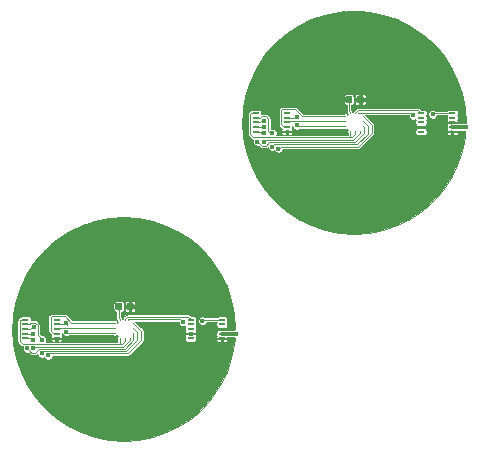
<source format=gbr>
G04 #@! TF.GenerationSoftware,KiCad,Pcbnew,5.0.2-bee76a0~70~ubuntu18.04.1*
G04 #@! TF.CreationDate,2019-05-27T20:40:17+02:00*
G04 #@! TF.ProjectId,upper_Sensor,75707065-725f-4536-956e-736f722e6b69,rev?*
G04 #@! TF.SameCoordinates,Original*
G04 #@! TF.FileFunction,Copper,L1,Top*
G04 #@! TF.FilePolarity,Positive*
%FSLAX46Y46*%
G04 Gerber Fmt 4.6, Leading zero omitted, Abs format (unit mm)*
G04 Created by KiCad (PCBNEW 5.0.2-bee76a0~70~ubuntu18.04.1) date Mo 27 Mai 2019 20:40:17 CEST*
%MOMM*%
%LPD*%
G01*
G04 APERTURE LIST*
G04 #@! TA.AperFunction,Conductor*
%ADD10C,0.100000*%
G04 #@! TD*
G04 #@! TA.AperFunction,SMDPad,CuDef*
%ADD11C,0.590000*%
G04 #@! TD*
G04 #@! TA.AperFunction,SMDPad,CuDef*
%ADD12R,0.630000X0.230000*%
G04 #@! TD*
G04 #@! TA.AperFunction,BGAPad,CuDef*
%ADD13C,0.150000*%
G04 #@! TD*
G04 #@! TA.AperFunction,ViaPad*
%ADD14C,0.450000*%
G04 #@! TD*
G04 #@! TA.AperFunction,Conductor*
%ADD15C,0.089000*%
G04 #@! TD*
G04 #@! TA.AperFunction,Conductor*
%ADD16C,0.300000*%
G04 #@! TD*
G04 APERTURE END LIST*
D10*
G04 #@! TO.N,N/C*
G04 #@! TO.C,GATE*
G36*
X129236958Y-60260710D02*
X129251276Y-60262834D01*
X129265317Y-60266351D01*
X129278946Y-60271228D01*
X129292031Y-60277417D01*
X129304447Y-60284858D01*
X129316073Y-60293481D01*
X129326798Y-60303202D01*
X129336519Y-60313927D01*
X129345142Y-60325553D01*
X129352583Y-60337969D01*
X129358772Y-60351054D01*
X129363649Y-60364683D01*
X129367166Y-60378724D01*
X129369290Y-60393042D01*
X129370000Y-60407500D01*
X129370000Y-60752500D01*
X129369290Y-60766958D01*
X129367166Y-60781276D01*
X129363649Y-60795317D01*
X129358772Y-60808946D01*
X129352583Y-60822031D01*
X129345142Y-60834447D01*
X129336519Y-60846073D01*
X129326798Y-60856798D01*
X129316073Y-60866519D01*
X129304447Y-60875142D01*
X129292031Y-60882583D01*
X129278946Y-60888772D01*
X129265317Y-60893649D01*
X129251276Y-60897166D01*
X129236958Y-60899290D01*
X129222500Y-60900000D01*
X128927500Y-60900000D01*
X128913042Y-60899290D01*
X128898724Y-60897166D01*
X128884683Y-60893649D01*
X128871054Y-60888772D01*
X128857969Y-60882583D01*
X128845553Y-60875142D01*
X128833927Y-60866519D01*
X128823202Y-60856798D01*
X128813481Y-60846073D01*
X128804858Y-60834447D01*
X128797417Y-60822031D01*
X128791228Y-60808946D01*
X128786351Y-60795317D01*
X128782834Y-60781276D01*
X128780710Y-60766958D01*
X128780000Y-60752500D01*
X128780000Y-60407500D01*
X128780710Y-60393042D01*
X128782834Y-60378724D01*
X128786351Y-60364683D01*
X128791228Y-60351054D01*
X128797417Y-60337969D01*
X128804858Y-60325553D01*
X128813481Y-60313927D01*
X128823202Y-60303202D01*
X128833927Y-60293481D01*
X128845553Y-60284858D01*
X128857969Y-60277417D01*
X128871054Y-60271228D01*
X128884683Y-60266351D01*
X128898724Y-60262834D01*
X128913042Y-60260710D01*
X128927500Y-60260000D01*
X129222500Y-60260000D01*
X129236958Y-60260710D01*
X129236958Y-60260710D01*
G37*
D11*
G04 #@! TD*
G04 #@! TO.P,GATE,1*
G04 #@! TO.N,N/C*
X129075000Y-60580000D03*
D10*
G04 #@! TO.N,GNDD*
G04 #@! TO.C,GATE*
G36*
X130206958Y-60260710D02*
X130221276Y-60262834D01*
X130235317Y-60266351D01*
X130248946Y-60271228D01*
X130262031Y-60277417D01*
X130274447Y-60284858D01*
X130286073Y-60293481D01*
X130296798Y-60303202D01*
X130306519Y-60313927D01*
X130315142Y-60325553D01*
X130322583Y-60337969D01*
X130328772Y-60351054D01*
X130333649Y-60364683D01*
X130337166Y-60378724D01*
X130339290Y-60393042D01*
X130340000Y-60407500D01*
X130340000Y-60752500D01*
X130339290Y-60766958D01*
X130337166Y-60781276D01*
X130333649Y-60795317D01*
X130328772Y-60808946D01*
X130322583Y-60822031D01*
X130315142Y-60834447D01*
X130306519Y-60846073D01*
X130296798Y-60856798D01*
X130286073Y-60866519D01*
X130274447Y-60875142D01*
X130262031Y-60882583D01*
X130248946Y-60888772D01*
X130235317Y-60893649D01*
X130221276Y-60897166D01*
X130206958Y-60899290D01*
X130192500Y-60900000D01*
X129897500Y-60900000D01*
X129883042Y-60899290D01*
X129868724Y-60897166D01*
X129854683Y-60893649D01*
X129841054Y-60888772D01*
X129827969Y-60882583D01*
X129815553Y-60875142D01*
X129803927Y-60866519D01*
X129793202Y-60856798D01*
X129783481Y-60846073D01*
X129774858Y-60834447D01*
X129767417Y-60822031D01*
X129761228Y-60808946D01*
X129756351Y-60795317D01*
X129752834Y-60781276D01*
X129750710Y-60766958D01*
X129750000Y-60752500D01*
X129750000Y-60407500D01*
X129750710Y-60393042D01*
X129752834Y-60378724D01*
X129756351Y-60364683D01*
X129761228Y-60351054D01*
X129767417Y-60337969D01*
X129774858Y-60325553D01*
X129783481Y-60313927D01*
X129793202Y-60303202D01*
X129803927Y-60293481D01*
X129815553Y-60284858D01*
X129827969Y-60277417D01*
X129841054Y-60271228D01*
X129854683Y-60266351D01*
X129868724Y-60262834D01*
X129883042Y-60260710D01*
X129897500Y-60260000D01*
X130192500Y-60260000D01*
X130206958Y-60260710D01*
X130206958Y-60260710D01*
G37*
D11*
G04 #@! TD*
G04 #@! TO.P,GATE,2*
G04 #@! TO.N,GNDD*
X130045000Y-60580000D03*
D12*
G04 #@! TO.P,J12,1*
G04 #@! TO.N,N/C*
X121175000Y-63300000D03*
G04 #@! TO.P,J12,2*
G04 #@! TO.N,GNDD*
X123825000Y-63300000D03*
G04 #@! TO.P,J12,3*
G04 #@! TO.N,N/C*
X121175000Y-62900000D03*
G04 #@! TO.P,J12,4*
X123825000Y-62900000D03*
G04 #@! TO.P,J12,5*
X121175000Y-62500000D03*
G04 #@! TO.P,J12,6*
X123825000Y-62500000D03*
G04 #@! TO.P,J12,7*
X121175000Y-62100000D03*
G04 #@! TO.P,J12,8*
X123825000Y-62100000D03*
G04 #@! TO.P,J12,9*
X121175000Y-61700000D03*
G04 #@! TO.P,J12,10*
X123825000Y-61700000D03*
G04 #@! TD*
G04 #@! TO.P,J11,1*
G04 #@! TO.N,N/C*
X135175000Y-63300000D03*
G04 #@! TO.P,J11,2*
G04 #@! TO.N,GNDD*
X137825000Y-63300000D03*
G04 #@! TO.P,J11,3*
X135175000Y-62900000D03*
G04 #@! TO.P,J11,4*
G04 #@! TO.N,N/C*
X137825000Y-62900000D03*
G04 #@! TO.P,J11,5*
X135175000Y-62500000D03*
G04 #@! TO.P,J11,6*
G04 #@! TO.N,GNDD*
X137825000Y-62500000D03*
G04 #@! TO.P,J11,7*
G04 #@! TO.N,N/C*
X135175000Y-62100000D03*
G04 #@! TO.P,J11,8*
X137825000Y-62100000D03*
G04 #@! TO.P,J11,9*
X135175000Y-61700000D03*
G04 #@! TO.P,J11,10*
X137825000Y-61700000D03*
G04 #@! TD*
D13*
G04 #@! TO.P,REF\002A\002A,ELEC*
G04 #@! TO.N,N/C*
X129610000Y-61747000D03*
G04 #@! TO.P,REF\002A\002A,O2*
X129830000Y-61747000D03*
G04 #@! TO.P,REF\002A\002A,G*
X129170000Y-61747000D03*
G04 #@! TO.P,REF\002A\002A,D2m*
X128747000Y-62830000D03*
G04 #@! TO.P,REF\002A\002A,D4m*
X128747000Y-61950000D03*
G04 #@! TO.P,REF\002A\002A,D3m*
X128747000Y-62390000D03*
G04 #@! TO.P,REF\002A\002A,S*
X129610000Y-63253000D03*
G04 #@! TO.P,REF\002A\002A,SUB*
X129170000Y-63253000D03*
G04 #@! TO.P,REF\002A\002A,D1i*
X130050000Y-63253000D03*
G04 #@! TO.P,REF\002A\002A,D3i*
X130253000Y-62390000D03*
G04 #@! TO.P,REF\002A\002A,D2i*
X130253000Y-62830000D03*
G04 #@! TO.P,REF\002A\002A,D4i*
X130253000Y-61950000D03*
G04 #@! TD*
D12*
G04 #@! TO.P,J12,10*
G04 #@! TO.N,REFFET1_D1*
X104325000Y-79200000D03*
G04 #@! TO.P,J12,9*
G04 #@! TO.N,N/C*
X101675000Y-79200000D03*
G04 #@! TO.P,J12,8*
G04 #@! TO.N,REFFET1_D2*
X104325000Y-79600000D03*
G04 #@! TO.P,J12,7*
G04 #@! TO.N,ISFET1_D4*
X101675000Y-79600000D03*
G04 #@! TO.P,J12,6*
G04 #@! TO.N,REFFET1_D3*
X104325000Y-80000000D03*
G04 #@! TO.P,J12,5*
G04 #@! TO.N,ISFET1_D3*
X101675000Y-80000000D03*
G04 #@! TO.P,J12,4*
G04 #@! TO.N,REFFET1_D4*
X104325000Y-80400000D03*
G04 #@! TO.P,J12,3*
G04 #@! TO.N,ISFET1_D2*
X101675000Y-80400000D03*
G04 #@! TO.P,J12,2*
G04 #@! TO.N,GNDD*
X104325000Y-80800000D03*
G04 #@! TO.P,J12,1*
G04 #@! TO.N,ISFET1_D1*
X101675000Y-80800000D03*
G04 #@! TD*
G04 #@! TO.P,J11,10*
G04 #@! TO.N,O2_ELEC1*
X118325000Y-79200000D03*
G04 #@! TO.P,J11,9*
G04 #@! TO.N,ELEC1*
X115675000Y-79200000D03*
G04 #@! TO.P,J11,8*
G04 #@! TO.N,Net-(J11-Pad8)*
X118325000Y-79600000D03*
G04 #@! TO.P,J11,7*
G04 #@! TO.N,Net-(J11-Pad7)*
X115675000Y-79600000D03*
G04 #@! TO.P,J11,6*
G04 #@! TO.N,GNDD*
X118325000Y-80000000D03*
G04 #@! TO.P,J11,5*
G04 #@! TO.N,Net-(J11-Pad5)*
X115675000Y-80000000D03*
G04 #@! TO.P,J11,4*
G04 #@! TO.N,RF_ANT*
X118325000Y-80400000D03*
G04 #@! TO.P,J11,3*
G04 #@! TO.N,GNDD*
X115675000Y-80400000D03*
G04 #@! TO.P,J11,2*
X118325000Y-80800000D03*
G04 #@! TO.P,J11,1*
G04 #@! TO.N,Net-(J11-Pad1)*
X115675000Y-80800000D03*
G04 #@! TD*
D13*
G04 #@! TO.P,REF\002A\002A,D4i*
G04 #@! TO.N,ISFET1_D4*
X110753000Y-79450000D03*
G04 #@! TO.P,REF\002A\002A,D2i*
G04 #@! TO.N,ISFET1_D2*
X110753000Y-80330000D03*
G04 #@! TO.P,REF\002A\002A,D3i*
G04 #@! TO.N,ISFET1_D3*
X110753000Y-79890000D03*
G04 #@! TO.P,REF\002A\002A,D1i*
G04 #@! TO.N,ISFET1_D1*
X110550000Y-80753000D03*
G04 #@! TO.P,REF\002A\002A,SUB*
G04 #@! TO.N,N/C*
X109670000Y-80753000D03*
G04 #@! TO.P,REF\002A\002A,S*
X110110000Y-80753000D03*
G04 #@! TO.P,REF\002A\002A,D3m*
G04 #@! TO.N,REFFET1_D3*
X109247000Y-79890000D03*
G04 #@! TO.P,REF\002A\002A,D4m*
G04 #@! TO.N,REFFET1_D4*
X109247000Y-79450000D03*
G04 #@! TO.P,REF\002A\002A,D2m*
G04 #@! TO.N,REFFET1_D2*
X109247000Y-80330000D03*
G04 #@! TO.P,REF\002A\002A,G*
G04 #@! TO.N,N/C*
X109670000Y-79247000D03*
G04 #@! TO.P,REF\002A\002A,O2*
G04 #@! TO.N,O2_ELEC1*
X110330000Y-79247000D03*
G04 #@! TO.P,REF\002A\002A,ELEC*
G04 #@! TO.N,ELEC1*
X110110000Y-79247000D03*
G04 #@! TD*
D10*
G04 #@! TO.N,GNDD*
G04 #@! TO.C,GATE*
G36*
X110706958Y-77760710D02*
X110721276Y-77762834D01*
X110735317Y-77766351D01*
X110748946Y-77771228D01*
X110762031Y-77777417D01*
X110774447Y-77784858D01*
X110786073Y-77793481D01*
X110796798Y-77803202D01*
X110806519Y-77813927D01*
X110815142Y-77825553D01*
X110822583Y-77837969D01*
X110828772Y-77851054D01*
X110833649Y-77864683D01*
X110837166Y-77878724D01*
X110839290Y-77893042D01*
X110840000Y-77907500D01*
X110840000Y-78252500D01*
X110839290Y-78266958D01*
X110837166Y-78281276D01*
X110833649Y-78295317D01*
X110828772Y-78308946D01*
X110822583Y-78322031D01*
X110815142Y-78334447D01*
X110806519Y-78346073D01*
X110796798Y-78356798D01*
X110786073Y-78366519D01*
X110774447Y-78375142D01*
X110762031Y-78382583D01*
X110748946Y-78388772D01*
X110735317Y-78393649D01*
X110721276Y-78397166D01*
X110706958Y-78399290D01*
X110692500Y-78400000D01*
X110397500Y-78400000D01*
X110383042Y-78399290D01*
X110368724Y-78397166D01*
X110354683Y-78393649D01*
X110341054Y-78388772D01*
X110327969Y-78382583D01*
X110315553Y-78375142D01*
X110303927Y-78366519D01*
X110293202Y-78356798D01*
X110283481Y-78346073D01*
X110274858Y-78334447D01*
X110267417Y-78322031D01*
X110261228Y-78308946D01*
X110256351Y-78295317D01*
X110252834Y-78281276D01*
X110250710Y-78266958D01*
X110250000Y-78252500D01*
X110250000Y-77907500D01*
X110250710Y-77893042D01*
X110252834Y-77878724D01*
X110256351Y-77864683D01*
X110261228Y-77851054D01*
X110267417Y-77837969D01*
X110274858Y-77825553D01*
X110283481Y-77813927D01*
X110293202Y-77803202D01*
X110303927Y-77793481D01*
X110315553Y-77784858D01*
X110327969Y-77777417D01*
X110341054Y-77771228D01*
X110354683Y-77766351D01*
X110368724Y-77762834D01*
X110383042Y-77760710D01*
X110397500Y-77760000D01*
X110692500Y-77760000D01*
X110706958Y-77760710D01*
X110706958Y-77760710D01*
G37*
D11*
G04 #@! TD*
G04 #@! TO.P,GATE,2*
G04 #@! TO.N,GNDD*
X110545000Y-78080000D03*
D10*
G04 #@! TO.N,N/C*
G04 #@! TO.C,GATE*
G36*
X109736958Y-77760710D02*
X109751276Y-77762834D01*
X109765317Y-77766351D01*
X109778946Y-77771228D01*
X109792031Y-77777417D01*
X109804447Y-77784858D01*
X109816073Y-77793481D01*
X109826798Y-77803202D01*
X109836519Y-77813927D01*
X109845142Y-77825553D01*
X109852583Y-77837969D01*
X109858772Y-77851054D01*
X109863649Y-77864683D01*
X109867166Y-77878724D01*
X109869290Y-77893042D01*
X109870000Y-77907500D01*
X109870000Y-78252500D01*
X109869290Y-78266958D01*
X109867166Y-78281276D01*
X109863649Y-78295317D01*
X109858772Y-78308946D01*
X109852583Y-78322031D01*
X109845142Y-78334447D01*
X109836519Y-78346073D01*
X109826798Y-78356798D01*
X109816073Y-78366519D01*
X109804447Y-78375142D01*
X109792031Y-78382583D01*
X109778946Y-78388772D01*
X109765317Y-78393649D01*
X109751276Y-78397166D01*
X109736958Y-78399290D01*
X109722500Y-78400000D01*
X109427500Y-78400000D01*
X109413042Y-78399290D01*
X109398724Y-78397166D01*
X109384683Y-78393649D01*
X109371054Y-78388772D01*
X109357969Y-78382583D01*
X109345553Y-78375142D01*
X109333927Y-78366519D01*
X109323202Y-78356798D01*
X109313481Y-78346073D01*
X109304858Y-78334447D01*
X109297417Y-78322031D01*
X109291228Y-78308946D01*
X109286351Y-78295317D01*
X109282834Y-78281276D01*
X109280710Y-78266958D01*
X109280000Y-78252500D01*
X109280000Y-77907500D01*
X109280710Y-77893042D01*
X109282834Y-77878724D01*
X109286351Y-77864683D01*
X109291228Y-77851054D01*
X109297417Y-77837969D01*
X109304858Y-77825553D01*
X109313481Y-77813927D01*
X109323202Y-77803202D01*
X109333927Y-77793481D01*
X109345553Y-77784858D01*
X109357969Y-77777417D01*
X109371054Y-77771228D01*
X109384683Y-77766351D01*
X109398724Y-77762834D01*
X109413042Y-77760710D01*
X109427500Y-77760000D01*
X109722500Y-77760000D01*
X109736958Y-77760710D01*
X109736958Y-77760710D01*
G37*
D11*
G04 #@! TD*
G04 #@! TO.P,GATE,1*
G04 #@! TO.N,N/C*
X109575000Y-78080000D03*
D14*
G04 #@! TO.N,GNDD*
X121489265Y-67125001D03*
X123554214Y-55414089D03*
X134125001Y-54489265D03*
X137510735Y-67125001D03*
X137883347Y-66409220D03*
X131719805Y-63900880D03*
X129374306Y-59878132D03*
X134805583Y-70077156D03*
X135445786Y-69585911D03*
X120807843Y-65663687D03*
X138434814Y-60105923D03*
X134805583Y-54922844D03*
X138609472Y-60893754D03*
X121116653Y-66409220D03*
X127105923Y-71434814D03*
X135445786Y-55414089D03*
X131106246Y-53390528D03*
X120565186Y-64894077D03*
X120807843Y-59336313D03*
X127893754Y-53390528D03*
X121116653Y-58590780D03*
X136040738Y-69040738D03*
X136585911Y-68445786D03*
X138500000Y-62250000D03*
X137750000Y-63750000D03*
X121489265Y-57874999D03*
X127105923Y-53565186D03*
X138192157Y-65663687D03*
X138434814Y-64894077D03*
X127166550Y-61297918D03*
X122414089Y-68445786D03*
X121922844Y-67805583D03*
X124194417Y-70077156D03*
X137000000Y-63000000D03*
X137250000Y-63500000D03*
X137077156Y-67805583D03*
X121922844Y-57194417D03*
X138609472Y-64106246D03*
X134125001Y-70510735D03*
X120565186Y-60105923D03*
X122959262Y-55959262D03*
X126336313Y-53807843D03*
X124194417Y-54922844D03*
X129500000Y-53250000D03*
X130702080Y-60166548D03*
X127893754Y-71609472D03*
X122959262Y-69040738D03*
X131894077Y-53565186D03*
X132663687Y-53807843D03*
X129396704Y-65122848D03*
X125590780Y-70883347D03*
X130306191Y-53285199D03*
X130721968Y-64823101D03*
X126336313Y-71192157D03*
X128693809Y-71714801D03*
X124874999Y-70510735D03*
X129500000Y-71750000D03*
X138500000Y-63500000D03*
X137000000Y-62500000D03*
X122414089Y-56554214D03*
X120285199Y-61693809D03*
X131707758Y-61080211D03*
X128700000Y-60000002D03*
X127000000Y-63300000D03*
X132006742Y-63278618D03*
X130057178Y-59934937D03*
X128721381Y-65006741D03*
X130079067Y-65060211D03*
X131106246Y-71609472D03*
X131894077Y-71434814D03*
X138714801Y-61693809D03*
X138192157Y-59336313D03*
X125590780Y-54116653D03*
X124874999Y-54489265D03*
X131281593Y-64427674D03*
X131265062Y-60557180D03*
X127557182Y-60734937D03*
X120390528Y-60893754D03*
X120250000Y-62500000D03*
X133409220Y-54116653D03*
X132663687Y-71192157D03*
X133409220Y-70883347D03*
X128693809Y-53285199D03*
X130306191Y-71714801D03*
X120285199Y-63306191D03*
X120390528Y-64106246D03*
X123554214Y-69585911D03*
X132122847Y-62603295D03*
X128080213Y-60292242D03*
G04 #@! TO.N,*
X124650000Y-62032500D03*
X124660000Y-62747500D03*
X122580002Y-63422490D03*
X123108592Y-64726044D03*
X121880000Y-62346494D03*
X122577757Y-64549033D03*
X121862490Y-62884497D03*
X121324479Y-64137490D03*
X121862490Y-64137807D03*
X121844989Y-63422500D03*
X138990000Y-62900000D03*
X134520000Y-61900000D03*
X136170000Y-61810000D03*
G04 #@! TO.N,GNDD*
X136585911Y-56554214D03*
X137077156Y-57194417D03*
X137510735Y-57874999D03*
X136040738Y-55959262D03*
X137883347Y-58590780D03*
X109221381Y-82506741D03*
X109896704Y-82622848D03*
X110579067Y-82560211D03*
X111221968Y-82323101D03*
X111781593Y-81927674D03*
X112219805Y-81400880D03*
X112506742Y-80778618D03*
X112622847Y-80103295D03*
X112207758Y-78580211D03*
X111765062Y-78057180D03*
X111202080Y-77666548D03*
X110557178Y-77434937D03*
X109874306Y-77378132D03*
X109200000Y-77500002D03*
X108580213Y-77792242D03*
X108057182Y-78234937D03*
X107666550Y-78797918D03*
X113909220Y-71616653D03*
X119214801Y-79193809D03*
X118692157Y-76836313D03*
X118383347Y-76090780D03*
X116540738Y-73459262D03*
X111606246Y-70890528D03*
X112394077Y-71065186D03*
X113163687Y-71307843D03*
X110806191Y-70785199D03*
X114625001Y-71989265D03*
X117085911Y-74054214D03*
X118934814Y-77605923D03*
X117577156Y-74694417D03*
X115305583Y-72422844D03*
X119109472Y-78393754D03*
X115945786Y-72914089D03*
X118010735Y-75374999D03*
X106090780Y-88383347D03*
X100785199Y-80806191D03*
X101307843Y-83163687D03*
X101616653Y-83909220D03*
X103459262Y-86540738D03*
X108393754Y-89109472D03*
X107605923Y-88934814D03*
X106836313Y-88692157D03*
X109193809Y-89214801D03*
X105374999Y-88010735D03*
X102914089Y-85945786D03*
X101065186Y-82394077D03*
X102422844Y-85305583D03*
X104694417Y-87577156D03*
X100890528Y-81606246D03*
X104054214Y-87085911D03*
X101989265Y-84625001D03*
X101307843Y-76836313D03*
X108393754Y-70890528D03*
X106090780Y-71616653D03*
X105374999Y-71989265D03*
X102914089Y-74054214D03*
X100785199Y-79193809D03*
X100890528Y-78393754D03*
X101065186Y-77605923D03*
X100750000Y-80000000D03*
X101616653Y-76090780D03*
X103459262Y-73459262D03*
X106836313Y-71307843D03*
X104054214Y-72914089D03*
X101989265Y-75374999D03*
X107605923Y-71065186D03*
X102422844Y-74694417D03*
X104694417Y-72422844D03*
X110000000Y-70750000D03*
X109193809Y-70785199D03*
X110806191Y-89214801D03*
X111606246Y-89109472D03*
X112394077Y-88934814D03*
X113163687Y-88692157D03*
X113909220Y-88383347D03*
X114625001Y-88010735D03*
X115305583Y-87577156D03*
X115945786Y-87085911D03*
X116540738Y-86540738D03*
X117085911Y-85945786D03*
X117577156Y-85305583D03*
X118010735Y-84625001D03*
X118383347Y-83909220D03*
X118692157Y-83163687D03*
X118934814Y-82394077D03*
X119109472Y-81606246D03*
X110000000Y-89250000D03*
X119000000Y-81000000D03*
X119000000Y-79750000D03*
X118250000Y-81250000D03*
X117500000Y-80000000D03*
X117500000Y-80500000D03*
X117750000Y-81000000D03*
X107500000Y-80800000D03*
G04 #@! TO.N,REFFET1_D2*
X105150000Y-79532500D03*
X105160000Y-80247500D03*
G04 #@! TO.N,ISFET1_D4*
X103608592Y-82226044D03*
X103080002Y-80922490D03*
G04 #@! TO.N,ISFET1_D3*
X102380000Y-79846494D03*
X103077757Y-82049033D03*
G04 #@! TO.N,ISFET1_D2*
X102362490Y-80384497D03*
X101824479Y-81637490D03*
G04 #@! TO.N,ISFET1_D1*
X102362490Y-81637807D03*
X102344989Y-80922500D03*
G04 #@! TO.N,RF_ANT*
X119490000Y-80400000D03*
G04 #@! TO.N,O2_ELEC1*
X116670000Y-79310000D03*
X115020000Y-79400000D03*
G04 #@! TD*
D15*
G04 #@! TO.N,*
X109670000Y-80753000D02*
X109670000Y-80859066D01*
X109670000Y-80859066D02*
X109670000Y-81280000D01*
X110110000Y-81030000D02*
X110110000Y-80750000D01*
X101996146Y-81280000D02*
X109860000Y-81280000D01*
X101996135Y-81279989D02*
X101996146Y-81280000D01*
X101486487Y-81279989D02*
X101996135Y-81279989D01*
X101200000Y-80993502D02*
X101486487Y-81279989D01*
X101200000Y-79271000D02*
X101200000Y-80993502D01*
X109860000Y-81280000D02*
X110110000Y-81030000D01*
X101675000Y-79200000D02*
X101271000Y-79200000D01*
X101271000Y-79200000D02*
X101200000Y-79271000D01*
D10*
X109580000Y-79050934D02*
X109580000Y-78200000D01*
X109670000Y-79247000D02*
X109670000Y-79140934D01*
X109670000Y-79140934D02*
X109580000Y-79050934D01*
D15*
X121496135Y-63779989D02*
X121496146Y-63780000D01*
X120700000Y-61771000D02*
X120700000Y-63493502D01*
D10*
X129080000Y-61550934D02*
X129080000Y-60700000D01*
D15*
X129610000Y-63530000D02*
X129610000Y-63250000D01*
X120700000Y-63493502D02*
X120986487Y-63779989D01*
D10*
X129170000Y-61640934D02*
X129080000Y-61550934D01*
D15*
X129170000Y-63253000D02*
X129170000Y-63359066D01*
X120986487Y-63779989D02*
X121496135Y-63779989D01*
X129170000Y-63359066D02*
X129170000Y-63780000D01*
X121496146Y-63780000D02*
X129360000Y-63780000D01*
X120771000Y-61700000D02*
X120700000Y-61771000D01*
X121175000Y-61700000D02*
X120771000Y-61700000D01*
D10*
X129170000Y-61747000D02*
X129170000Y-61640934D01*
D15*
X129360000Y-63780000D02*
X129610000Y-63530000D01*
X124650000Y-62100000D02*
X124710000Y-62160000D01*
X124760000Y-62830000D02*
X124680000Y-62750000D01*
X123825000Y-62100000D02*
X124650000Y-62100000D01*
X128747000Y-62830000D02*
X124760000Y-62830000D01*
X128747000Y-62390000D02*
X124120000Y-62390000D01*
X124120000Y-62390000D02*
X124000000Y-62510000D01*
X124530000Y-61400000D02*
X123400000Y-61400000D01*
X128747000Y-61950000D02*
X125080000Y-61950000D01*
X123310000Y-62630000D02*
X123580000Y-62900000D01*
X123400000Y-61400000D02*
X123310000Y-61490000D01*
X125080000Y-61950000D02*
X124530000Y-61400000D01*
X123310000Y-61490000D02*
X123310000Y-62630000D01*
X123290000Y-64550000D02*
X123113956Y-64726044D01*
X129880000Y-64550000D02*
X123290000Y-64550000D01*
X130990000Y-62687000D02*
X130990000Y-63440000D01*
X130990000Y-63440000D02*
X129880000Y-64550000D01*
X123113956Y-64726044D02*
X123108592Y-64726044D01*
X130253000Y-61950000D02*
X130990000Y-62687000D01*
X122758256Y-64368534D02*
X122577757Y-64549033D01*
X130253000Y-62390000D02*
X130650000Y-62787000D01*
X130650000Y-63450000D02*
X129731466Y-64368534D01*
X121579000Y-62500000D02*
X121749000Y-62330000D01*
X121749000Y-62330000D02*
X121890000Y-62330000D01*
X129731466Y-64368534D02*
X122758256Y-64368534D01*
X130650000Y-62787000D02*
X130650000Y-63450000D01*
X121175000Y-62500000D02*
X121579000Y-62500000D01*
X122337933Y-64191523D02*
X122034147Y-64495309D01*
X130327999Y-62904999D02*
X130327999Y-63442001D01*
X121549478Y-64362489D02*
X121324479Y-64137490D01*
X129578477Y-64191523D02*
X122337933Y-64191523D01*
X122034147Y-64495309D02*
X121682298Y-64495309D01*
X130327999Y-63442001D02*
X129578477Y-64191523D01*
X121682298Y-64495309D02*
X121549478Y-64362489D01*
X130253000Y-62830000D02*
X130327999Y-62904999D01*
X121579000Y-62900000D02*
X121840000Y-62900000D01*
X121175000Y-62900000D02*
X121579000Y-62900000D01*
X121175000Y-63300000D02*
X121579000Y-63300000D01*
X121985785Y-64014512D02*
X121862490Y-64137807D01*
X121719000Y-63440000D02*
X121880000Y-63440000D01*
X130050000Y-63420000D02*
X129455488Y-64014512D01*
X130050000Y-63253000D02*
X130050000Y-63420000D01*
X129455488Y-64014512D02*
X121985785Y-64014512D01*
X121579000Y-63300000D02*
X121719000Y-63440000D01*
X129610000Y-61747000D02*
X129610000Y-61670000D01*
X129610000Y-61670000D02*
X129820000Y-61460000D01*
X134950000Y-61460000D02*
X135180000Y-61690000D01*
X129820000Y-61460000D02*
X134950000Y-61460000D01*
D16*
X137825000Y-62900000D02*
X138990000Y-62900000D01*
X138990000Y-62900000D02*
X138990000Y-62900000D01*
D15*
X134292001Y-61672001D02*
X134295001Y-61675001D01*
X137825000Y-61700000D02*
X136270000Y-61700000D01*
X136270000Y-61700000D02*
X136170000Y-61800000D01*
X129904999Y-61672001D02*
X134292001Y-61672001D01*
X129830000Y-61747000D02*
X129904999Y-61672001D01*
X134295001Y-61675001D02*
X134520000Y-61900000D01*
X121520000Y-62110000D02*
X121680000Y-61950000D01*
X122012608Y-61950000D02*
X122250000Y-62187392D01*
X121180000Y-62110000D02*
X121520000Y-62110000D01*
X122422490Y-63422490D02*
X122580002Y-63422490D01*
X121680000Y-61950000D02*
X122012608Y-61950000D01*
X122250000Y-63250000D02*
X122422490Y-63422490D01*
X122250000Y-62187392D02*
X122250000Y-63250000D01*
G04 #@! TO.N,REFFET1_D2*
X104325000Y-79600000D02*
X105150000Y-79600000D01*
X105150000Y-79600000D02*
X105210000Y-79660000D01*
X109247000Y-80330000D02*
X105260000Y-80330000D01*
X105260000Y-80330000D02*
X105180000Y-80250000D01*
G04 #@! TO.N,REFFET1_D3*
X109247000Y-79890000D02*
X104620000Y-79890000D01*
X104620000Y-79890000D02*
X104500000Y-80010000D01*
G04 #@! TO.N,REFFET1_D4*
X103810000Y-78990000D02*
X103810000Y-80130000D01*
X103900000Y-78900000D02*
X103810000Y-78990000D01*
X105030000Y-78900000D02*
X103900000Y-78900000D01*
X109247000Y-79450000D02*
X105580000Y-79450000D01*
X103810000Y-80130000D02*
X104080000Y-80400000D01*
X105580000Y-79450000D02*
X105030000Y-78900000D01*
G04 #@! TO.N,ISFET1_D4*
X103790000Y-82050000D02*
X103613956Y-82226044D01*
X103613956Y-82226044D02*
X103608592Y-82226044D01*
X110380000Y-82050000D02*
X103790000Y-82050000D01*
X111490000Y-80940000D02*
X110380000Y-82050000D01*
X110753000Y-79450000D02*
X111490000Y-80187000D01*
X111490000Y-80187000D02*
X111490000Y-80940000D01*
X103080002Y-80830002D02*
X103080002Y-80922490D01*
X102020000Y-79610000D02*
X102180000Y-79450000D01*
X102180000Y-79450000D02*
X102512608Y-79450000D01*
X102512608Y-79450000D02*
X102750000Y-79687392D01*
X102750000Y-79687392D02*
X102750000Y-80500000D01*
X101680000Y-79610000D02*
X102020000Y-79610000D01*
X102750000Y-80500000D02*
X103080002Y-80830002D01*
G04 #@! TO.N,ISFET1_D3*
X102079000Y-80000000D02*
X102249000Y-79830000D01*
X101675000Y-80000000D02*
X102079000Y-80000000D01*
X102249000Y-79830000D02*
X102390000Y-79830000D01*
X110231466Y-81868534D02*
X103258256Y-81868534D01*
X103258256Y-81868534D02*
X103077757Y-82049033D01*
X111150000Y-80950000D02*
X110231466Y-81868534D01*
X110753000Y-79890000D02*
X111150000Y-80287000D01*
X111150000Y-80287000D02*
X111150000Y-80950000D01*
G04 #@! TO.N,ISFET1_D2*
X101675000Y-80400000D02*
X102079000Y-80400000D01*
X102079000Y-80400000D02*
X102340000Y-80400000D01*
X102182298Y-81995309D02*
X102049478Y-81862489D01*
X102049478Y-81862489D02*
X101824479Y-81637490D01*
X110827999Y-80404999D02*
X110827999Y-80942001D01*
X110078477Y-81691523D02*
X102837933Y-81691523D01*
X110753000Y-80330000D02*
X110827999Y-80404999D01*
X110827999Y-80942001D02*
X110078477Y-81691523D01*
X102837933Y-81691523D02*
X102534147Y-81995309D01*
X102534147Y-81995309D02*
X102182298Y-81995309D01*
G04 #@! TO.N,ISFET1_D1*
X102079000Y-80800000D02*
X102219000Y-80940000D01*
X101675000Y-80800000D02*
X102079000Y-80800000D01*
X102219000Y-80940000D02*
X102380000Y-80940000D01*
X109955488Y-81514512D02*
X102485785Y-81514512D01*
X110550000Y-80753000D02*
X110550000Y-80920000D01*
X102485785Y-81514512D02*
X102362490Y-81637807D01*
X110550000Y-80920000D02*
X109955488Y-81514512D01*
G04 #@! TO.N,ELEC1*
X115450000Y-78960000D02*
X115680000Y-79190000D01*
X110320000Y-78960000D02*
X115450000Y-78960000D01*
X110110000Y-79247000D02*
X110110000Y-79170000D01*
X110110000Y-79170000D02*
X110320000Y-78960000D01*
D16*
G04 #@! TO.N,RF_ANT*
X118325000Y-80400000D02*
X119490000Y-80400000D01*
X119490000Y-80400000D02*
X119490000Y-80400000D01*
D15*
G04 #@! TO.N,O2_ELEC1*
X118325000Y-79200000D02*
X116770000Y-79200000D01*
X116770000Y-79200000D02*
X116670000Y-79300000D01*
X114792001Y-79172001D02*
X114795001Y-79175001D01*
X114795001Y-79175001D02*
X115020000Y-79400000D01*
X110404999Y-79172001D02*
X114792001Y-79172001D01*
X110330000Y-79247000D02*
X110404999Y-79172001D01*
G04 #@! TD*
D10*
G04 #@! TO.N,GNDD*
G36*
X111233460Y-70630953D02*
X112445808Y-70872104D01*
X113616320Y-71269438D01*
X114724952Y-71816156D01*
X115752728Y-72502893D01*
X116682083Y-73317917D01*
X117497107Y-74247272D01*
X118183844Y-75275048D01*
X118730562Y-76383680D01*
X119127896Y-77554192D01*
X119369047Y-78766540D01*
X119449893Y-80000000D01*
X119448254Y-80025000D01*
X119415408Y-80025000D01*
X119277579Y-80082090D01*
X119259669Y-80100000D01*
X118790000Y-80100000D01*
X118790000Y-80095000D01*
X118752500Y-80057500D01*
X118425000Y-80057500D01*
X118425000Y-80100000D01*
X118295455Y-80100000D01*
X118225000Y-80114015D01*
X118225000Y-80057500D01*
X117897500Y-80057500D01*
X117860000Y-80095000D01*
X117860000Y-80144837D01*
X117882836Y-80199968D01*
X117884981Y-80202113D01*
X117868704Y-80226473D01*
X117857062Y-80285000D01*
X117857062Y-80515000D01*
X117868704Y-80573527D01*
X117884981Y-80597887D01*
X117882836Y-80600032D01*
X117860000Y-80655163D01*
X117860000Y-80705000D01*
X117897500Y-80742500D01*
X118225000Y-80742500D01*
X118225000Y-80685985D01*
X118295455Y-80700000D01*
X118425000Y-80700000D01*
X118425000Y-80742500D01*
X118752500Y-80742500D01*
X118790000Y-80705000D01*
X118790000Y-80700000D01*
X119259669Y-80700000D01*
X119277579Y-80717910D01*
X119399527Y-80768422D01*
X119369047Y-81233460D01*
X119127896Y-82445808D01*
X118730562Y-83616320D01*
X118183844Y-84724952D01*
X117497107Y-85752728D01*
X116682083Y-86682083D01*
X115752728Y-87497107D01*
X114724952Y-88183844D01*
X113616320Y-88730562D01*
X112445808Y-89127896D01*
X111233460Y-89369047D01*
X110000000Y-89449893D01*
X108766540Y-89369047D01*
X107554192Y-89127896D01*
X106383680Y-88730562D01*
X105275048Y-88183844D01*
X104247272Y-87497107D01*
X103317917Y-86682083D01*
X102502893Y-85752728D01*
X101816156Y-84724952D01*
X101269438Y-83616320D01*
X100872104Y-82445808D01*
X100630953Y-81233460D01*
X100550107Y-80000000D01*
X100597888Y-79271000D01*
X101001691Y-79271000D01*
X101005500Y-79290150D01*
X101005501Y-80974347D01*
X101001691Y-80993502D01*
X101016786Y-81069392D01*
X101035832Y-81097895D01*
X101059775Y-81133728D01*
X101076013Y-81144578D01*
X101335412Y-81403979D01*
X101346261Y-81420215D01*
X101362496Y-81431063D01*
X101362499Y-81431066D01*
X101410596Y-81463204D01*
X101422517Y-81465575D01*
X101467332Y-81474489D01*
X101467336Y-81474489D01*
X101484671Y-81477937D01*
X101449479Y-81562898D01*
X101449479Y-81712082D01*
X101506569Y-81849911D01*
X101612058Y-81955400D01*
X101749887Y-82012490D01*
X101899071Y-82012490D01*
X101916991Y-82005067D01*
X101925490Y-82013566D01*
X101925495Y-82013569D01*
X102031223Y-82119299D01*
X102042072Y-82135535D01*
X102058307Y-82146383D01*
X102058310Y-82146386D01*
X102106407Y-82178524D01*
X102118328Y-82180895D01*
X102163143Y-82189809D01*
X102163147Y-82189809D01*
X102182298Y-82193618D01*
X102201449Y-82189809D01*
X102514997Y-82189809D01*
X102534147Y-82193618D01*
X102553297Y-82189809D01*
X102553302Y-82189809D01*
X102610037Y-82178524D01*
X102674373Y-82135535D01*
X102685225Y-82119294D01*
X102702757Y-82101762D01*
X102702757Y-82123625D01*
X102759847Y-82261454D01*
X102865336Y-82366943D01*
X103003165Y-82424033D01*
X103152349Y-82424033D01*
X103265322Y-82377239D01*
X103290682Y-82438465D01*
X103396171Y-82543954D01*
X103534000Y-82601044D01*
X103683184Y-82601044D01*
X103821013Y-82543954D01*
X103926502Y-82438465D01*
X103983592Y-82300636D01*
X103983592Y-82244500D01*
X110360850Y-82244500D01*
X110380000Y-82248309D01*
X110399150Y-82244500D01*
X110399155Y-82244500D01*
X110455890Y-82233215D01*
X110520226Y-82190226D01*
X110531078Y-82173985D01*
X111613988Y-81091076D01*
X111630226Y-81080226D01*
X111673215Y-81015890D01*
X111684500Y-80959155D01*
X111684500Y-80959151D01*
X111688309Y-80940001D01*
X111684500Y-80920851D01*
X111684500Y-80685000D01*
X115207062Y-80685000D01*
X115207062Y-80915000D01*
X115218704Y-80973527D01*
X115251857Y-81023143D01*
X115301473Y-81056296D01*
X115360000Y-81067938D01*
X115990000Y-81067938D01*
X116048527Y-81056296D01*
X116098143Y-81023143D01*
X116131296Y-80973527D01*
X116142938Y-80915000D01*
X116142938Y-80895000D01*
X117860000Y-80895000D01*
X117860000Y-80944837D01*
X117882836Y-80999968D01*
X117925032Y-81042164D01*
X117980163Y-81065000D01*
X118187500Y-81065000D01*
X118225000Y-81027500D01*
X118225000Y-80857500D01*
X118425000Y-80857500D01*
X118425000Y-81027500D01*
X118462500Y-81065000D01*
X118669837Y-81065000D01*
X118724968Y-81042164D01*
X118767164Y-80999968D01*
X118790000Y-80944837D01*
X118790000Y-80895000D01*
X118752500Y-80857500D01*
X118425000Y-80857500D01*
X118225000Y-80857500D01*
X117897500Y-80857500D01*
X117860000Y-80895000D01*
X116142938Y-80895000D01*
X116142938Y-80685000D01*
X116131296Y-80626473D01*
X116115019Y-80602113D01*
X116117164Y-80599968D01*
X116140000Y-80544837D01*
X116140000Y-80495000D01*
X116102500Y-80457500D01*
X115775000Y-80457500D01*
X115775000Y-80515000D01*
X115575000Y-80515000D01*
X115575000Y-80457500D01*
X115247500Y-80457500D01*
X115210000Y-80495000D01*
X115210000Y-80544837D01*
X115232836Y-80599968D01*
X115234981Y-80602113D01*
X115218704Y-80626473D01*
X115207062Y-80685000D01*
X111684500Y-80685000D01*
X111684500Y-80206149D01*
X111688309Y-80186999D01*
X111684500Y-80167849D01*
X111684500Y-80167845D01*
X111673215Y-80111110D01*
X111630226Y-80046774D01*
X111613988Y-80035924D01*
X110974247Y-79396184D01*
X110961952Y-79366501D01*
X114645000Y-79366501D01*
X114645000Y-79474592D01*
X114702090Y-79612421D01*
X114807579Y-79717910D01*
X114945408Y-79775000D01*
X115094592Y-79775000D01*
X115209527Y-79727393D01*
X115218704Y-79773527D01*
X115236393Y-79800000D01*
X115218704Y-79826473D01*
X115207062Y-79885000D01*
X115207062Y-80115000D01*
X115218704Y-80173527D01*
X115234981Y-80197887D01*
X115232836Y-80200032D01*
X115210000Y-80255163D01*
X115210000Y-80305000D01*
X115247500Y-80342500D01*
X115575000Y-80342500D01*
X115575000Y-80285000D01*
X115775000Y-80285000D01*
X115775000Y-80342500D01*
X116102500Y-80342500D01*
X116140000Y-80305000D01*
X116140000Y-80255163D01*
X116117164Y-80200032D01*
X116115019Y-80197887D01*
X116131296Y-80173527D01*
X116142938Y-80115000D01*
X116142938Y-79885000D01*
X116131296Y-79826473D01*
X116113607Y-79800000D01*
X116131296Y-79773527D01*
X116142938Y-79715000D01*
X116142938Y-79485000D01*
X116131296Y-79426473D01*
X116113607Y-79400000D01*
X116131296Y-79373527D01*
X116142938Y-79315000D01*
X116142938Y-79235408D01*
X116295000Y-79235408D01*
X116295000Y-79384592D01*
X116352090Y-79522421D01*
X116457579Y-79627910D01*
X116595408Y-79685000D01*
X116744592Y-79685000D01*
X116882421Y-79627910D01*
X116987910Y-79522421D01*
X117040896Y-79394500D01*
X117882718Y-79394500D01*
X117886393Y-79400000D01*
X117868704Y-79426473D01*
X117857062Y-79485000D01*
X117857062Y-79715000D01*
X117868704Y-79773527D01*
X117884981Y-79797887D01*
X117882836Y-79800032D01*
X117860000Y-79855163D01*
X117860000Y-79905000D01*
X117897500Y-79942500D01*
X118225000Y-79942500D01*
X118225000Y-79885000D01*
X118425000Y-79885000D01*
X118425000Y-79942500D01*
X118752500Y-79942500D01*
X118790000Y-79905000D01*
X118790000Y-79855163D01*
X118767164Y-79800032D01*
X118765019Y-79797887D01*
X118781296Y-79773527D01*
X118792938Y-79715000D01*
X118792938Y-79485000D01*
X118781296Y-79426473D01*
X118763607Y-79400000D01*
X118781296Y-79373527D01*
X118792938Y-79315000D01*
X118792938Y-79085000D01*
X118781296Y-79026473D01*
X118748143Y-78976857D01*
X118698527Y-78943704D01*
X118640000Y-78932062D01*
X118010000Y-78932062D01*
X117951473Y-78943704D01*
X117901857Y-78976857D01*
X117882718Y-79005500D01*
X116895831Y-79005500D01*
X116882421Y-78992090D01*
X116744592Y-78935000D01*
X116595408Y-78935000D01*
X116457579Y-78992090D01*
X116352090Y-79097579D01*
X116295000Y-79235408D01*
X116142938Y-79235408D01*
X116142938Y-79085000D01*
X116131296Y-79026473D01*
X116098143Y-78976857D01*
X116048527Y-78943704D01*
X115990000Y-78932062D01*
X115697125Y-78932062D01*
X115601078Y-78836015D01*
X115590226Y-78819774D01*
X115525890Y-78776785D01*
X115469155Y-78765500D01*
X115469150Y-78765500D01*
X115450000Y-78761691D01*
X115430850Y-78765500D01*
X110339151Y-78765500D01*
X110320000Y-78761691D01*
X110300849Y-78765500D01*
X110300845Y-78765500D01*
X110256030Y-78774414D01*
X110244109Y-78776785D01*
X110196012Y-78808923D01*
X110196009Y-78808926D01*
X110179774Y-78819774D01*
X110168925Y-78836010D01*
X109986014Y-79018922D01*
X109969774Y-79029774D01*
X109926785Y-79094110D01*
X109922339Y-79116463D01*
X109919254Y-79119548D01*
X109890000Y-79190174D01*
X109872518Y-79147969D01*
X109873918Y-79140933D01*
X109862792Y-79085000D01*
X109858396Y-79062898D01*
X109814192Y-78996742D01*
X109797487Y-78985580D01*
X109780000Y-78968093D01*
X109780000Y-78541501D01*
X109837473Y-78530069D01*
X109934942Y-78464942D01*
X110000069Y-78367473D01*
X110022938Y-78252500D01*
X110022938Y-78217500D01*
X110100000Y-78217500D01*
X110100000Y-78429837D01*
X110122836Y-78484968D01*
X110165032Y-78527164D01*
X110220163Y-78550000D01*
X110407500Y-78550000D01*
X110445000Y-78512500D01*
X110445000Y-78180000D01*
X110645000Y-78180000D01*
X110645000Y-78512500D01*
X110682500Y-78550000D01*
X110869837Y-78550000D01*
X110924968Y-78527164D01*
X110967164Y-78484968D01*
X110990000Y-78429837D01*
X110990000Y-78217500D01*
X110952500Y-78180000D01*
X110645000Y-78180000D01*
X110445000Y-78180000D01*
X110137500Y-78180000D01*
X110100000Y-78217500D01*
X110022938Y-78217500D01*
X110022938Y-77907500D01*
X110000069Y-77792527D01*
X109958399Y-77730163D01*
X110100000Y-77730163D01*
X110100000Y-77942500D01*
X110137500Y-77980000D01*
X110445000Y-77980000D01*
X110445000Y-77647500D01*
X110645000Y-77647500D01*
X110645000Y-77980000D01*
X110952500Y-77980000D01*
X110990000Y-77942500D01*
X110990000Y-77730163D01*
X110967164Y-77675032D01*
X110924968Y-77632836D01*
X110869837Y-77610000D01*
X110682500Y-77610000D01*
X110645000Y-77647500D01*
X110445000Y-77647500D01*
X110407500Y-77610000D01*
X110220163Y-77610000D01*
X110165032Y-77632836D01*
X110122836Y-77675032D01*
X110100000Y-77730163D01*
X109958399Y-77730163D01*
X109934942Y-77695058D01*
X109837473Y-77629931D01*
X109722500Y-77607062D01*
X109427500Y-77607062D01*
X109312527Y-77629931D01*
X109215058Y-77695058D01*
X109149931Y-77792527D01*
X109127062Y-77907500D01*
X109127062Y-78252500D01*
X109149931Y-78367473D01*
X109215058Y-78464942D01*
X109312527Y-78530069D01*
X109380001Y-78543490D01*
X109380000Y-79031238D01*
X109376082Y-79050934D01*
X109380000Y-79070630D01*
X109380000Y-79070631D01*
X109391604Y-79128969D01*
X109435808Y-79195126D01*
X109445317Y-79201480D01*
X109445000Y-79202245D01*
X109445000Y-79291755D01*
X109479254Y-79374452D01*
X109522071Y-79417269D01*
X109472000Y-79467340D01*
X109472000Y-79405245D01*
X109437746Y-79322548D01*
X109374452Y-79259254D01*
X109291755Y-79225000D01*
X109202245Y-79225000D01*
X109128611Y-79255500D01*
X105660564Y-79255500D01*
X105181078Y-78776015D01*
X105170226Y-78759774D01*
X105105890Y-78716785D01*
X105049155Y-78705500D01*
X105049150Y-78705500D01*
X105030000Y-78701691D01*
X105010850Y-78705500D01*
X103919149Y-78705500D01*
X103899999Y-78701691D01*
X103880849Y-78705500D01*
X103880845Y-78705500D01*
X103824110Y-78716785D01*
X103759774Y-78759774D01*
X103748922Y-78776015D01*
X103686015Y-78838922D01*
X103669774Y-78849774D01*
X103626785Y-78914111D01*
X103615500Y-78970846D01*
X103615500Y-78970850D01*
X103611691Y-78990000D01*
X103615500Y-79009150D01*
X103615501Y-80110845D01*
X103611691Y-80130000D01*
X103615501Y-80149155D01*
X103620226Y-80172908D01*
X103626786Y-80205890D01*
X103637213Y-80221494D01*
X103669775Y-80270226D01*
X103686013Y-80281076D01*
X103857062Y-80452126D01*
X103857062Y-80515000D01*
X103868704Y-80573527D01*
X103884981Y-80597887D01*
X103882836Y-80600032D01*
X103860000Y-80655163D01*
X103860000Y-80705000D01*
X103897500Y-80742500D01*
X104225000Y-80742500D01*
X104225000Y-80685000D01*
X104425000Y-80685000D01*
X104425000Y-80742500D01*
X104752500Y-80742500D01*
X104790000Y-80705000D01*
X104790000Y-80655163D01*
X104767164Y-80600032D01*
X104765019Y-80597887D01*
X104781296Y-80573527D01*
X104792938Y-80515000D01*
X104792938Y-80341256D01*
X104842090Y-80459921D01*
X104947579Y-80565410D01*
X105085408Y-80622500D01*
X105234592Y-80622500D01*
X105372421Y-80565410D01*
X105413331Y-80524500D01*
X109128611Y-80524500D01*
X109202245Y-80555000D01*
X109291755Y-80555000D01*
X109374452Y-80520746D01*
X109417269Y-80477929D01*
X109522071Y-80582731D01*
X109479254Y-80625548D01*
X109445000Y-80708245D01*
X109445000Y-80797755D01*
X109475500Y-80871389D01*
X109475501Y-81085500D01*
X103418378Y-81085500D01*
X103455002Y-80997082D01*
X103455002Y-80895000D01*
X103860000Y-80895000D01*
X103860000Y-80944837D01*
X103882836Y-80999968D01*
X103925032Y-81042164D01*
X103980163Y-81065000D01*
X104187500Y-81065000D01*
X104225000Y-81027500D01*
X104225000Y-80857500D01*
X104425000Y-80857500D01*
X104425000Y-81027500D01*
X104462500Y-81065000D01*
X104669837Y-81065000D01*
X104724968Y-81042164D01*
X104767164Y-80999968D01*
X104790000Y-80944837D01*
X104790000Y-80895000D01*
X104752500Y-80857500D01*
X104425000Y-80857500D01*
X104225000Y-80857500D01*
X103897500Y-80857500D01*
X103860000Y-80895000D01*
X103455002Y-80895000D01*
X103455002Y-80847898D01*
X103397912Y-80710069D01*
X103292423Y-80604580D01*
X103154594Y-80547490D01*
X103072554Y-80547490D01*
X102944500Y-80419437D01*
X102944500Y-79706542D01*
X102948309Y-79687392D01*
X102944500Y-79668242D01*
X102944500Y-79668237D01*
X102933215Y-79611502D01*
X102890226Y-79547166D01*
X102873988Y-79536316D01*
X102663686Y-79326015D01*
X102652834Y-79309774D01*
X102588498Y-79266785D01*
X102531763Y-79255500D01*
X102531758Y-79255500D01*
X102512608Y-79251691D01*
X102493458Y-79255500D01*
X102199149Y-79255500D01*
X102179999Y-79251691D01*
X102160849Y-79255500D01*
X102160845Y-79255500D01*
X102142938Y-79259062D01*
X102142938Y-79085000D01*
X102131296Y-79026473D01*
X102098143Y-78976857D01*
X102048527Y-78943704D01*
X101990000Y-78932062D01*
X101360000Y-78932062D01*
X101301473Y-78943704D01*
X101251857Y-78976857D01*
X101229786Y-79009888D01*
X101195110Y-79016785D01*
X101130774Y-79059774D01*
X101119922Y-79076015D01*
X101076015Y-79119922D01*
X101059774Y-79130774D01*
X101016785Y-79195111D01*
X101005500Y-79251846D01*
X101005500Y-79251850D01*
X101001691Y-79271000D01*
X100597888Y-79271000D01*
X100630953Y-78766540D01*
X100872104Y-77554192D01*
X101269438Y-76383680D01*
X101816156Y-75275048D01*
X102502893Y-74247272D01*
X103317917Y-73317917D01*
X104247272Y-72502893D01*
X105275048Y-71816156D01*
X106383680Y-71269438D01*
X107554192Y-70872104D01*
X108766540Y-70630953D01*
X110000000Y-70550107D01*
X111233460Y-70630953D01*
X111233460Y-70630953D01*
G37*
X111233460Y-70630953D02*
X112445808Y-70872104D01*
X113616320Y-71269438D01*
X114724952Y-71816156D01*
X115752728Y-72502893D01*
X116682083Y-73317917D01*
X117497107Y-74247272D01*
X118183844Y-75275048D01*
X118730562Y-76383680D01*
X119127896Y-77554192D01*
X119369047Y-78766540D01*
X119449893Y-80000000D01*
X119448254Y-80025000D01*
X119415408Y-80025000D01*
X119277579Y-80082090D01*
X119259669Y-80100000D01*
X118790000Y-80100000D01*
X118790000Y-80095000D01*
X118752500Y-80057500D01*
X118425000Y-80057500D01*
X118425000Y-80100000D01*
X118295455Y-80100000D01*
X118225000Y-80114015D01*
X118225000Y-80057500D01*
X117897500Y-80057500D01*
X117860000Y-80095000D01*
X117860000Y-80144837D01*
X117882836Y-80199968D01*
X117884981Y-80202113D01*
X117868704Y-80226473D01*
X117857062Y-80285000D01*
X117857062Y-80515000D01*
X117868704Y-80573527D01*
X117884981Y-80597887D01*
X117882836Y-80600032D01*
X117860000Y-80655163D01*
X117860000Y-80705000D01*
X117897500Y-80742500D01*
X118225000Y-80742500D01*
X118225000Y-80685985D01*
X118295455Y-80700000D01*
X118425000Y-80700000D01*
X118425000Y-80742500D01*
X118752500Y-80742500D01*
X118790000Y-80705000D01*
X118790000Y-80700000D01*
X119259669Y-80700000D01*
X119277579Y-80717910D01*
X119399527Y-80768422D01*
X119369047Y-81233460D01*
X119127896Y-82445808D01*
X118730562Y-83616320D01*
X118183844Y-84724952D01*
X117497107Y-85752728D01*
X116682083Y-86682083D01*
X115752728Y-87497107D01*
X114724952Y-88183844D01*
X113616320Y-88730562D01*
X112445808Y-89127896D01*
X111233460Y-89369047D01*
X110000000Y-89449893D01*
X108766540Y-89369047D01*
X107554192Y-89127896D01*
X106383680Y-88730562D01*
X105275048Y-88183844D01*
X104247272Y-87497107D01*
X103317917Y-86682083D01*
X102502893Y-85752728D01*
X101816156Y-84724952D01*
X101269438Y-83616320D01*
X100872104Y-82445808D01*
X100630953Y-81233460D01*
X100550107Y-80000000D01*
X100597888Y-79271000D01*
X101001691Y-79271000D01*
X101005500Y-79290150D01*
X101005501Y-80974347D01*
X101001691Y-80993502D01*
X101016786Y-81069392D01*
X101035832Y-81097895D01*
X101059775Y-81133728D01*
X101076013Y-81144578D01*
X101335412Y-81403979D01*
X101346261Y-81420215D01*
X101362496Y-81431063D01*
X101362499Y-81431066D01*
X101410596Y-81463204D01*
X101422517Y-81465575D01*
X101467332Y-81474489D01*
X101467336Y-81474489D01*
X101484671Y-81477937D01*
X101449479Y-81562898D01*
X101449479Y-81712082D01*
X101506569Y-81849911D01*
X101612058Y-81955400D01*
X101749887Y-82012490D01*
X101899071Y-82012490D01*
X101916991Y-82005067D01*
X101925490Y-82013566D01*
X101925495Y-82013569D01*
X102031223Y-82119299D01*
X102042072Y-82135535D01*
X102058307Y-82146383D01*
X102058310Y-82146386D01*
X102106407Y-82178524D01*
X102118328Y-82180895D01*
X102163143Y-82189809D01*
X102163147Y-82189809D01*
X102182298Y-82193618D01*
X102201449Y-82189809D01*
X102514997Y-82189809D01*
X102534147Y-82193618D01*
X102553297Y-82189809D01*
X102553302Y-82189809D01*
X102610037Y-82178524D01*
X102674373Y-82135535D01*
X102685225Y-82119294D01*
X102702757Y-82101762D01*
X102702757Y-82123625D01*
X102759847Y-82261454D01*
X102865336Y-82366943D01*
X103003165Y-82424033D01*
X103152349Y-82424033D01*
X103265322Y-82377239D01*
X103290682Y-82438465D01*
X103396171Y-82543954D01*
X103534000Y-82601044D01*
X103683184Y-82601044D01*
X103821013Y-82543954D01*
X103926502Y-82438465D01*
X103983592Y-82300636D01*
X103983592Y-82244500D01*
X110360850Y-82244500D01*
X110380000Y-82248309D01*
X110399150Y-82244500D01*
X110399155Y-82244500D01*
X110455890Y-82233215D01*
X110520226Y-82190226D01*
X110531078Y-82173985D01*
X111613988Y-81091076D01*
X111630226Y-81080226D01*
X111673215Y-81015890D01*
X111684500Y-80959155D01*
X111684500Y-80959151D01*
X111688309Y-80940001D01*
X111684500Y-80920851D01*
X111684500Y-80685000D01*
X115207062Y-80685000D01*
X115207062Y-80915000D01*
X115218704Y-80973527D01*
X115251857Y-81023143D01*
X115301473Y-81056296D01*
X115360000Y-81067938D01*
X115990000Y-81067938D01*
X116048527Y-81056296D01*
X116098143Y-81023143D01*
X116131296Y-80973527D01*
X116142938Y-80915000D01*
X116142938Y-80895000D01*
X117860000Y-80895000D01*
X117860000Y-80944837D01*
X117882836Y-80999968D01*
X117925032Y-81042164D01*
X117980163Y-81065000D01*
X118187500Y-81065000D01*
X118225000Y-81027500D01*
X118225000Y-80857500D01*
X118425000Y-80857500D01*
X118425000Y-81027500D01*
X118462500Y-81065000D01*
X118669837Y-81065000D01*
X118724968Y-81042164D01*
X118767164Y-80999968D01*
X118790000Y-80944837D01*
X118790000Y-80895000D01*
X118752500Y-80857500D01*
X118425000Y-80857500D01*
X118225000Y-80857500D01*
X117897500Y-80857500D01*
X117860000Y-80895000D01*
X116142938Y-80895000D01*
X116142938Y-80685000D01*
X116131296Y-80626473D01*
X116115019Y-80602113D01*
X116117164Y-80599968D01*
X116140000Y-80544837D01*
X116140000Y-80495000D01*
X116102500Y-80457500D01*
X115775000Y-80457500D01*
X115775000Y-80515000D01*
X115575000Y-80515000D01*
X115575000Y-80457500D01*
X115247500Y-80457500D01*
X115210000Y-80495000D01*
X115210000Y-80544837D01*
X115232836Y-80599968D01*
X115234981Y-80602113D01*
X115218704Y-80626473D01*
X115207062Y-80685000D01*
X111684500Y-80685000D01*
X111684500Y-80206149D01*
X111688309Y-80186999D01*
X111684500Y-80167849D01*
X111684500Y-80167845D01*
X111673215Y-80111110D01*
X111630226Y-80046774D01*
X111613988Y-80035924D01*
X110974247Y-79396184D01*
X110961952Y-79366501D01*
X114645000Y-79366501D01*
X114645000Y-79474592D01*
X114702090Y-79612421D01*
X114807579Y-79717910D01*
X114945408Y-79775000D01*
X115094592Y-79775000D01*
X115209527Y-79727393D01*
X115218704Y-79773527D01*
X115236393Y-79800000D01*
X115218704Y-79826473D01*
X115207062Y-79885000D01*
X115207062Y-80115000D01*
X115218704Y-80173527D01*
X115234981Y-80197887D01*
X115232836Y-80200032D01*
X115210000Y-80255163D01*
X115210000Y-80305000D01*
X115247500Y-80342500D01*
X115575000Y-80342500D01*
X115575000Y-80285000D01*
X115775000Y-80285000D01*
X115775000Y-80342500D01*
X116102500Y-80342500D01*
X116140000Y-80305000D01*
X116140000Y-80255163D01*
X116117164Y-80200032D01*
X116115019Y-80197887D01*
X116131296Y-80173527D01*
X116142938Y-80115000D01*
X116142938Y-79885000D01*
X116131296Y-79826473D01*
X116113607Y-79800000D01*
X116131296Y-79773527D01*
X116142938Y-79715000D01*
X116142938Y-79485000D01*
X116131296Y-79426473D01*
X116113607Y-79400000D01*
X116131296Y-79373527D01*
X116142938Y-79315000D01*
X116142938Y-79235408D01*
X116295000Y-79235408D01*
X116295000Y-79384592D01*
X116352090Y-79522421D01*
X116457579Y-79627910D01*
X116595408Y-79685000D01*
X116744592Y-79685000D01*
X116882421Y-79627910D01*
X116987910Y-79522421D01*
X117040896Y-79394500D01*
X117882718Y-79394500D01*
X117886393Y-79400000D01*
X117868704Y-79426473D01*
X117857062Y-79485000D01*
X117857062Y-79715000D01*
X117868704Y-79773527D01*
X117884981Y-79797887D01*
X117882836Y-79800032D01*
X117860000Y-79855163D01*
X117860000Y-79905000D01*
X117897500Y-79942500D01*
X118225000Y-79942500D01*
X118225000Y-79885000D01*
X118425000Y-79885000D01*
X118425000Y-79942500D01*
X118752500Y-79942500D01*
X118790000Y-79905000D01*
X118790000Y-79855163D01*
X118767164Y-79800032D01*
X118765019Y-79797887D01*
X118781296Y-79773527D01*
X118792938Y-79715000D01*
X118792938Y-79485000D01*
X118781296Y-79426473D01*
X118763607Y-79400000D01*
X118781296Y-79373527D01*
X118792938Y-79315000D01*
X118792938Y-79085000D01*
X118781296Y-79026473D01*
X118748143Y-78976857D01*
X118698527Y-78943704D01*
X118640000Y-78932062D01*
X118010000Y-78932062D01*
X117951473Y-78943704D01*
X117901857Y-78976857D01*
X117882718Y-79005500D01*
X116895831Y-79005500D01*
X116882421Y-78992090D01*
X116744592Y-78935000D01*
X116595408Y-78935000D01*
X116457579Y-78992090D01*
X116352090Y-79097579D01*
X116295000Y-79235408D01*
X116142938Y-79235408D01*
X116142938Y-79085000D01*
X116131296Y-79026473D01*
X116098143Y-78976857D01*
X116048527Y-78943704D01*
X115990000Y-78932062D01*
X115697125Y-78932062D01*
X115601078Y-78836015D01*
X115590226Y-78819774D01*
X115525890Y-78776785D01*
X115469155Y-78765500D01*
X115469150Y-78765500D01*
X115450000Y-78761691D01*
X115430850Y-78765500D01*
X110339151Y-78765500D01*
X110320000Y-78761691D01*
X110300849Y-78765500D01*
X110300845Y-78765500D01*
X110256030Y-78774414D01*
X110244109Y-78776785D01*
X110196012Y-78808923D01*
X110196009Y-78808926D01*
X110179774Y-78819774D01*
X110168925Y-78836010D01*
X109986014Y-79018922D01*
X109969774Y-79029774D01*
X109926785Y-79094110D01*
X109922339Y-79116463D01*
X109919254Y-79119548D01*
X109890000Y-79190174D01*
X109872518Y-79147969D01*
X109873918Y-79140933D01*
X109862792Y-79085000D01*
X109858396Y-79062898D01*
X109814192Y-78996742D01*
X109797487Y-78985580D01*
X109780000Y-78968093D01*
X109780000Y-78541501D01*
X109837473Y-78530069D01*
X109934942Y-78464942D01*
X110000069Y-78367473D01*
X110022938Y-78252500D01*
X110022938Y-78217500D01*
X110100000Y-78217500D01*
X110100000Y-78429837D01*
X110122836Y-78484968D01*
X110165032Y-78527164D01*
X110220163Y-78550000D01*
X110407500Y-78550000D01*
X110445000Y-78512500D01*
X110445000Y-78180000D01*
X110645000Y-78180000D01*
X110645000Y-78512500D01*
X110682500Y-78550000D01*
X110869837Y-78550000D01*
X110924968Y-78527164D01*
X110967164Y-78484968D01*
X110990000Y-78429837D01*
X110990000Y-78217500D01*
X110952500Y-78180000D01*
X110645000Y-78180000D01*
X110445000Y-78180000D01*
X110137500Y-78180000D01*
X110100000Y-78217500D01*
X110022938Y-78217500D01*
X110022938Y-77907500D01*
X110000069Y-77792527D01*
X109958399Y-77730163D01*
X110100000Y-77730163D01*
X110100000Y-77942500D01*
X110137500Y-77980000D01*
X110445000Y-77980000D01*
X110445000Y-77647500D01*
X110645000Y-77647500D01*
X110645000Y-77980000D01*
X110952500Y-77980000D01*
X110990000Y-77942500D01*
X110990000Y-77730163D01*
X110967164Y-77675032D01*
X110924968Y-77632836D01*
X110869837Y-77610000D01*
X110682500Y-77610000D01*
X110645000Y-77647500D01*
X110445000Y-77647500D01*
X110407500Y-77610000D01*
X110220163Y-77610000D01*
X110165032Y-77632836D01*
X110122836Y-77675032D01*
X110100000Y-77730163D01*
X109958399Y-77730163D01*
X109934942Y-77695058D01*
X109837473Y-77629931D01*
X109722500Y-77607062D01*
X109427500Y-77607062D01*
X109312527Y-77629931D01*
X109215058Y-77695058D01*
X109149931Y-77792527D01*
X109127062Y-77907500D01*
X109127062Y-78252500D01*
X109149931Y-78367473D01*
X109215058Y-78464942D01*
X109312527Y-78530069D01*
X109380001Y-78543490D01*
X109380000Y-79031238D01*
X109376082Y-79050934D01*
X109380000Y-79070630D01*
X109380000Y-79070631D01*
X109391604Y-79128969D01*
X109435808Y-79195126D01*
X109445317Y-79201480D01*
X109445000Y-79202245D01*
X109445000Y-79291755D01*
X109479254Y-79374452D01*
X109522071Y-79417269D01*
X109472000Y-79467340D01*
X109472000Y-79405245D01*
X109437746Y-79322548D01*
X109374452Y-79259254D01*
X109291755Y-79225000D01*
X109202245Y-79225000D01*
X109128611Y-79255500D01*
X105660564Y-79255500D01*
X105181078Y-78776015D01*
X105170226Y-78759774D01*
X105105890Y-78716785D01*
X105049155Y-78705500D01*
X105049150Y-78705500D01*
X105030000Y-78701691D01*
X105010850Y-78705500D01*
X103919149Y-78705500D01*
X103899999Y-78701691D01*
X103880849Y-78705500D01*
X103880845Y-78705500D01*
X103824110Y-78716785D01*
X103759774Y-78759774D01*
X103748922Y-78776015D01*
X103686015Y-78838922D01*
X103669774Y-78849774D01*
X103626785Y-78914111D01*
X103615500Y-78970846D01*
X103615500Y-78970850D01*
X103611691Y-78990000D01*
X103615500Y-79009150D01*
X103615501Y-80110845D01*
X103611691Y-80130000D01*
X103615501Y-80149155D01*
X103620226Y-80172908D01*
X103626786Y-80205890D01*
X103637213Y-80221494D01*
X103669775Y-80270226D01*
X103686013Y-80281076D01*
X103857062Y-80452126D01*
X103857062Y-80515000D01*
X103868704Y-80573527D01*
X103884981Y-80597887D01*
X103882836Y-80600032D01*
X103860000Y-80655163D01*
X103860000Y-80705000D01*
X103897500Y-80742500D01*
X104225000Y-80742500D01*
X104225000Y-80685000D01*
X104425000Y-80685000D01*
X104425000Y-80742500D01*
X104752500Y-80742500D01*
X104790000Y-80705000D01*
X104790000Y-80655163D01*
X104767164Y-80600032D01*
X104765019Y-80597887D01*
X104781296Y-80573527D01*
X104792938Y-80515000D01*
X104792938Y-80341256D01*
X104842090Y-80459921D01*
X104947579Y-80565410D01*
X105085408Y-80622500D01*
X105234592Y-80622500D01*
X105372421Y-80565410D01*
X105413331Y-80524500D01*
X109128611Y-80524500D01*
X109202245Y-80555000D01*
X109291755Y-80555000D01*
X109374452Y-80520746D01*
X109417269Y-80477929D01*
X109522071Y-80582731D01*
X109479254Y-80625548D01*
X109445000Y-80708245D01*
X109445000Y-80797755D01*
X109475500Y-80871389D01*
X109475501Y-81085500D01*
X103418378Y-81085500D01*
X103455002Y-80997082D01*
X103455002Y-80895000D01*
X103860000Y-80895000D01*
X103860000Y-80944837D01*
X103882836Y-80999968D01*
X103925032Y-81042164D01*
X103980163Y-81065000D01*
X104187500Y-81065000D01*
X104225000Y-81027500D01*
X104225000Y-80857500D01*
X104425000Y-80857500D01*
X104425000Y-81027500D01*
X104462500Y-81065000D01*
X104669837Y-81065000D01*
X104724968Y-81042164D01*
X104767164Y-80999968D01*
X104790000Y-80944837D01*
X104790000Y-80895000D01*
X104752500Y-80857500D01*
X104425000Y-80857500D01*
X104225000Y-80857500D01*
X103897500Y-80857500D01*
X103860000Y-80895000D01*
X103455002Y-80895000D01*
X103455002Y-80847898D01*
X103397912Y-80710069D01*
X103292423Y-80604580D01*
X103154594Y-80547490D01*
X103072554Y-80547490D01*
X102944500Y-80419437D01*
X102944500Y-79706542D01*
X102948309Y-79687392D01*
X102944500Y-79668242D01*
X102944500Y-79668237D01*
X102933215Y-79611502D01*
X102890226Y-79547166D01*
X102873988Y-79536316D01*
X102663686Y-79326015D01*
X102652834Y-79309774D01*
X102588498Y-79266785D01*
X102531763Y-79255500D01*
X102531758Y-79255500D01*
X102512608Y-79251691D01*
X102493458Y-79255500D01*
X102199149Y-79255500D01*
X102179999Y-79251691D01*
X102160849Y-79255500D01*
X102160845Y-79255500D01*
X102142938Y-79259062D01*
X102142938Y-79085000D01*
X102131296Y-79026473D01*
X102098143Y-78976857D01*
X102048527Y-78943704D01*
X101990000Y-78932062D01*
X101360000Y-78932062D01*
X101301473Y-78943704D01*
X101251857Y-78976857D01*
X101229786Y-79009888D01*
X101195110Y-79016785D01*
X101130774Y-79059774D01*
X101119922Y-79076015D01*
X101076015Y-79119922D01*
X101059774Y-79130774D01*
X101016785Y-79195111D01*
X101005500Y-79251846D01*
X101005500Y-79251850D01*
X101001691Y-79271000D01*
X100597888Y-79271000D01*
X100630953Y-78766540D01*
X100872104Y-77554192D01*
X101269438Y-76383680D01*
X101816156Y-75275048D01*
X102502893Y-74247272D01*
X103317917Y-73317917D01*
X104247272Y-72502893D01*
X105275048Y-71816156D01*
X106383680Y-71269438D01*
X107554192Y-70872104D01*
X108766540Y-70630953D01*
X110000000Y-70550107D01*
X111233460Y-70630953D01*
G36*
X130733460Y-53130953D02*
X131945808Y-53372104D01*
X133116320Y-53769438D01*
X134224952Y-54316156D01*
X135252728Y-55002893D01*
X136182083Y-55817917D01*
X136997107Y-56747272D01*
X137683844Y-57775048D01*
X138230562Y-58883680D01*
X138627896Y-60054192D01*
X138869047Y-61266540D01*
X138949893Y-62500000D01*
X138948254Y-62525000D01*
X138915408Y-62525000D01*
X138777579Y-62582090D01*
X138759669Y-62600000D01*
X138290000Y-62600000D01*
X138290000Y-62595000D01*
X138252500Y-62557500D01*
X137925000Y-62557500D01*
X137925000Y-62600000D01*
X137795455Y-62600000D01*
X137725000Y-62614015D01*
X137725000Y-62557500D01*
X137397500Y-62557500D01*
X137360000Y-62595000D01*
X137360000Y-62644837D01*
X137382836Y-62699968D01*
X137384981Y-62702113D01*
X137368704Y-62726473D01*
X137357062Y-62785000D01*
X137357062Y-63015000D01*
X137368704Y-63073527D01*
X137384981Y-63097887D01*
X137382836Y-63100032D01*
X137360000Y-63155163D01*
X137360000Y-63205000D01*
X137397500Y-63242500D01*
X137725000Y-63242500D01*
X137725000Y-63185985D01*
X137795455Y-63200000D01*
X137925000Y-63200000D01*
X137925000Y-63242500D01*
X138252500Y-63242500D01*
X138290000Y-63205000D01*
X138290000Y-63200000D01*
X138759669Y-63200000D01*
X138777579Y-63217910D01*
X138899527Y-63268422D01*
X138869047Y-63733460D01*
X138627896Y-64945808D01*
X138230562Y-66116320D01*
X137683844Y-67224952D01*
X136997107Y-68252728D01*
X136182083Y-69182083D01*
X135252728Y-69997107D01*
X134224952Y-70683844D01*
X133116320Y-71230562D01*
X131945808Y-71627896D01*
X130733460Y-71869047D01*
X129500000Y-71949893D01*
X128266540Y-71869047D01*
X127054192Y-71627896D01*
X125883680Y-71230562D01*
X124775048Y-70683844D01*
X123747272Y-69997107D01*
X122817917Y-69182083D01*
X122002893Y-68252728D01*
X121316156Y-67224952D01*
X120769438Y-66116320D01*
X120372104Y-64945808D01*
X120130953Y-63733460D01*
X120050107Y-62500000D01*
X120097888Y-61771000D01*
X120501691Y-61771000D01*
X120505500Y-61790150D01*
X120505501Y-63474347D01*
X120501691Y-63493502D01*
X120505501Y-63512657D01*
X120514963Y-63560226D01*
X120516786Y-63569392D01*
X120535083Y-63596774D01*
X120559775Y-63633728D01*
X120576013Y-63644578D01*
X120835412Y-63903979D01*
X120846261Y-63920215D01*
X120862496Y-63931063D01*
X120862499Y-63931066D01*
X120910596Y-63963204D01*
X120922517Y-63965575D01*
X120967332Y-63974489D01*
X120967336Y-63974489D01*
X120984671Y-63977937D01*
X120949479Y-64062898D01*
X120949479Y-64212082D01*
X121006569Y-64349911D01*
X121112058Y-64455400D01*
X121249887Y-64512490D01*
X121399071Y-64512490D01*
X121416991Y-64505067D01*
X121425490Y-64513566D01*
X121425495Y-64513569D01*
X121531223Y-64619299D01*
X121542072Y-64635535D01*
X121558307Y-64646383D01*
X121558310Y-64646386D01*
X121606407Y-64678524D01*
X121618328Y-64680895D01*
X121663143Y-64689809D01*
X121663147Y-64689809D01*
X121682298Y-64693618D01*
X121701449Y-64689809D01*
X122014997Y-64689809D01*
X122034147Y-64693618D01*
X122053297Y-64689809D01*
X122053302Y-64689809D01*
X122110037Y-64678524D01*
X122174373Y-64635535D01*
X122185225Y-64619294D01*
X122202757Y-64601762D01*
X122202757Y-64623625D01*
X122259847Y-64761454D01*
X122365336Y-64866943D01*
X122503165Y-64924033D01*
X122652349Y-64924033D01*
X122765322Y-64877239D01*
X122790682Y-64938465D01*
X122896171Y-65043954D01*
X123034000Y-65101044D01*
X123183184Y-65101044D01*
X123321013Y-65043954D01*
X123426502Y-64938465D01*
X123483592Y-64800636D01*
X123483592Y-64744500D01*
X129860850Y-64744500D01*
X129880000Y-64748309D01*
X129899150Y-64744500D01*
X129899155Y-64744500D01*
X129955890Y-64733215D01*
X130020226Y-64690226D01*
X130031078Y-64673985D01*
X131113988Y-63591076D01*
X131130226Y-63580226D01*
X131173215Y-63515890D01*
X131184500Y-63459155D01*
X131184500Y-63459151D01*
X131188309Y-63440001D01*
X131184500Y-63420851D01*
X131184500Y-63185000D01*
X134707062Y-63185000D01*
X134707062Y-63415000D01*
X134718704Y-63473527D01*
X134751857Y-63523143D01*
X134801473Y-63556296D01*
X134860000Y-63567938D01*
X135490000Y-63567938D01*
X135548527Y-63556296D01*
X135598143Y-63523143D01*
X135631296Y-63473527D01*
X135642938Y-63415000D01*
X135642938Y-63395000D01*
X137360000Y-63395000D01*
X137360000Y-63444837D01*
X137382836Y-63499968D01*
X137425032Y-63542164D01*
X137480163Y-63565000D01*
X137687500Y-63565000D01*
X137725000Y-63527500D01*
X137725000Y-63357500D01*
X137925000Y-63357500D01*
X137925000Y-63527500D01*
X137962500Y-63565000D01*
X138169837Y-63565000D01*
X138224968Y-63542164D01*
X138267164Y-63499968D01*
X138290000Y-63444837D01*
X138290000Y-63395000D01*
X138252500Y-63357500D01*
X137925000Y-63357500D01*
X137725000Y-63357500D01*
X137397500Y-63357500D01*
X137360000Y-63395000D01*
X135642938Y-63395000D01*
X135642938Y-63185000D01*
X135631296Y-63126473D01*
X135615019Y-63102113D01*
X135617164Y-63099968D01*
X135640000Y-63044837D01*
X135640000Y-62995000D01*
X135602500Y-62957500D01*
X135275000Y-62957500D01*
X135275000Y-63015000D01*
X135075000Y-63015000D01*
X135075000Y-62957500D01*
X134747500Y-62957500D01*
X134710000Y-62995000D01*
X134710000Y-63044837D01*
X134732836Y-63099968D01*
X134734981Y-63102113D01*
X134718704Y-63126473D01*
X134707062Y-63185000D01*
X131184500Y-63185000D01*
X131184500Y-62706149D01*
X131188309Y-62686999D01*
X131184500Y-62667849D01*
X131184500Y-62667845D01*
X131173215Y-62611110D01*
X131130226Y-62546774D01*
X131113988Y-62535924D01*
X130474247Y-61896184D01*
X130461952Y-61866501D01*
X134145000Y-61866501D01*
X134145000Y-61974592D01*
X134202090Y-62112421D01*
X134307579Y-62217910D01*
X134445408Y-62275000D01*
X134594592Y-62275000D01*
X134709527Y-62227393D01*
X134718704Y-62273527D01*
X134736393Y-62300000D01*
X134718704Y-62326473D01*
X134707062Y-62385000D01*
X134707062Y-62615000D01*
X134718704Y-62673527D01*
X134734981Y-62697887D01*
X134732836Y-62700032D01*
X134710000Y-62755163D01*
X134710000Y-62805000D01*
X134747500Y-62842500D01*
X135075000Y-62842500D01*
X135075000Y-62785000D01*
X135275000Y-62785000D01*
X135275000Y-62842500D01*
X135602500Y-62842500D01*
X135640000Y-62805000D01*
X135640000Y-62755163D01*
X135617164Y-62700032D01*
X135615019Y-62697887D01*
X135631296Y-62673527D01*
X135642938Y-62615000D01*
X135642938Y-62385000D01*
X135631296Y-62326473D01*
X135613607Y-62300000D01*
X135631296Y-62273527D01*
X135642938Y-62215000D01*
X135642938Y-61985000D01*
X135631296Y-61926473D01*
X135613607Y-61900000D01*
X135631296Y-61873527D01*
X135642938Y-61815000D01*
X135642938Y-61735408D01*
X135795000Y-61735408D01*
X135795000Y-61884592D01*
X135852090Y-62022421D01*
X135957579Y-62127910D01*
X136095408Y-62185000D01*
X136244592Y-62185000D01*
X136382421Y-62127910D01*
X136487910Y-62022421D01*
X136540896Y-61894500D01*
X137382718Y-61894500D01*
X137386393Y-61900000D01*
X137368704Y-61926473D01*
X137357062Y-61985000D01*
X137357062Y-62215000D01*
X137368704Y-62273527D01*
X137384981Y-62297887D01*
X137382836Y-62300032D01*
X137360000Y-62355163D01*
X137360000Y-62405000D01*
X137397500Y-62442500D01*
X137725000Y-62442500D01*
X137725000Y-62385000D01*
X137925000Y-62385000D01*
X137925000Y-62442500D01*
X138252500Y-62442500D01*
X138290000Y-62405000D01*
X138290000Y-62355163D01*
X138267164Y-62300032D01*
X138265019Y-62297887D01*
X138281296Y-62273527D01*
X138292938Y-62215000D01*
X138292938Y-61985000D01*
X138281296Y-61926473D01*
X138263607Y-61900000D01*
X138281296Y-61873527D01*
X138292938Y-61815000D01*
X138292938Y-61585000D01*
X138281296Y-61526473D01*
X138248143Y-61476857D01*
X138198527Y-61443704D01*
X138140000Y-61432062D01*
X137510000Y-61432062D01*
X137451473Y-61443704D01*
X137401857Y-61476857D01*
X137382718Y-61505500D01*
X136395831Y-61505500D01*
X136382421Y-61492090D01*
X136244592Y-61435000D01*
X136095408Y-61435000D01*
X135957579Y-61492090D01*
X135852090Y-61597579D01*
X135795000Y-61735408D01*
X135642938Y-61735408D01*
X135642938Y-61585000D01*
X135631296Y-61526473D01*
X135598143Y-61476857D01*
X135548527Y-61443704D01*
X135490000Y-61432062D01*
X135197125Y-61432062D01*
X135101078Y-61336015D01*
X135090226Y-61319774D01*
X135025890Y-61276785D01*
X134969155Y-61265500D01*
X134969150Y-61265500D01*
X134950000Y-61261691D01*
X134930850Y-61265500D01*
X129839151Y-61265500D01*
X129820000Y-61261691D01*
X129800849Y-61265500D01*
X129800845Y-61265500D01*
X129756030Y-61274414D01*
X129744109Y-61276785D01*
X129696012Y-61308923D01*
X129696009Y-61308926D01*
X129679774Y-61319774D01*
X129668925Y-61336010D01*
X129486014Y-61518922D01*
X129469774Y-61529774D01*
X129426785Y-61594110D01*
X129422339Y-61616463D01*
X129419254Y-61619548D01*
X129406640Y-61650000D01*
X129373360Y-61650000D01*
X129372518Y-61647969D01*
X129373918Y-61640933D01*
X129365599Y-61599111D01*
X129358396Y-61562898D01*
X129314192Y-61496742D01*
X129297487Y-61485580D01*
X129280000Y-61468093D01*
X129280000Y-61041501D01*
X129337473Y-61030069D01*
X129434942Y-60964942D01*
X129500069Y-60867473D01*
X129522938Y-60752500D01*
X129522938Y-60717500D01*
X129600000Y-60717500D01*
X129600000Y-60929837D01*
X129622836Y-60984968D01*
X129665032Y-61027164D01*
X129720163Y-61050000D01*
X129907500Y-61050000D01*
X129945000Y-61012500D01*
X129945000Y-60680000D01*
X130145000Y-60680000D01*
X130145000Y-61012500D01*
X130182500Y-61050000D01*
X130369837Y-61050000D01*
X130424968Y-61027164D01*
X130467164Y-60984968D01*
X130490000Y-60929837D01*
X130490000Y-60717500D01*
X130452500Y-60680000D01*
X130145000Y-60680000D01*
X129945000Y-60680000D01*
X129637500Y-60680000D01*
X129600000Y-60717500D01*
X129522938Y-60717500D01*
X129522938Y-60407500D01*
X129500069Y-60292527D01*
X129458399Y-60230163D01*
X129600000Y-60230163D01*
X129600000Y-60442500D01*
X129637500Y-60480000D01*
X129945000Y-60480000D01*
X129945000Y-60147500D01*
X130145000Y-60147500D01*
X130145000Y-60480000D01*
X130452500Y-60480000D01*
X130490000Y-60442500D01*
X130490000Y-60230163D01*
X130467164Y-60175032D01*
X130424968Y-60132836D01*
X130369837Y-60110000D01*
X130182500Y-60110000D01*
X130145000Y-60147500D01*
X129945000Y-60147500D01*
X129907500Y-60110000D01*
X129720163Y-60110000D01*
X129665032Y-60132836D01*
X129622836Y-60175032D01*
X129600000Y-60230163D01*
X129458399Y-60230163D01*
X129434942Y-60195058D01*
X129337473Y-60129931D01*
X129222500Y-60107062D01*
X128927500Y-60107062D01*
X128812527Y-60129931D01*
X128715058Y-60195058D01*
X128649931Y-60292527D01*
X128627062Y-60407500D01*
X128627062Y-60752500D01*
X128649931Y-60867473D01*
X128715058Y-60964942D01*
X128812527Y-61030069D01*
X128880001Y-61043490D01*
X128880000Y-61531238D01*
X128876082Y-61550934D01*
X128880000Y-61570630D01*
X128880000Y-61570631D01*
X128891604Y-61628969D01*
X128935808Y-61695126D01*
X128945317Y-61701480D01*
X128945000Y-61702245D01*
X128945000Y-61791755D01*
X128962914Y-61835005D01*
X128948766Y-61849153D01*
X128937746Y-61822548D01*
X128874452Y-61759254D01*
X128791755Y-61725000D01*
X128702245Y-61725000D01*
X128628611Y-61755500D01*
X125160564Y-61755500D01*
X124681078Y-61276015D01*
X124670226Y-61259774D01*
X124605890Y-61216785D01*
X124549155Y-61205500D01*
X124549150Y-61205500D01*
X124530000Y-61201691D01*
X124510850Y-61205500D01*
X123419149Y-61205500D01*
X123399999Y-61201691D01*
X123380849Y-61205500D01*
X123380845Y-61205500D01*
X123324110Y-61216785D01*
X123259774Y-61259774D01*
X123248922Y-61276015D01*
X123186015Y-61338922D01*
X123169774Y-61349774D01*
X123126785Y-61414111D01*
X123115500Y-61470846D01*
X123115500Y-61470850D01*
X123111691Y-61490000D01*
X123115500Y-61509150D01*
X123115501Y-62610845D01*
X123111691Y-62630000D01*
X123115501Y-62649155D01*
X123120226Y-62672908D01*
X123126786Y-62705890D01*
X123137213Y-62721494D01*
X123169775Y-62770226D01*
X123186013Y-62781076D01*
X123357062Y-62952126D01*
X123357062Y-63015000D01*
X123368704Y-63073527D01*
X123384981Y-63097887D01*
X123382836Y-63100032D01*
X123360000Y-63155163D01*
X123360000Y-63205000D01*
X123397500Y-63242500D01*
X123725000Y-63242500D01*
X123725000Y-63185000D01*
X123925000Y-63185000D01*
X123925000Y-63242500D01*
X124252500Y-63242500D01*
X124290000Y-63205000D01*
X124290000Y-63155163D01*
X124267164Y-63100032D01*
X124265019Y-63097887D01*
X124281296Y-63073527D01*
X124292938Y-63015000D01*
X124292938Y-62841256D01*
X124342090Y-62959921D01*
X124447579Y-63065410D01*
X124585408Y-63122500D01*
X124734592Y-63122500D01*
X124872421Y-63065410D01*
X124913331Y-63024500D01*
X128628611Y-63024500D01*
X128702245Y-63055000D01*
X128791755Y-63055000D01*
X128835005Y-63037086D01*
X128962914Y-63164995D01*
X128945000Y-63208245D01*
X128945000Y-63297755D01*
X128975500Y-63371389D01*
X128975501Y-63585500D01*
X122918378Y-63585500D01*
X122955002Y-63497082D01*
X122955002Y-63395000D01*
X123360000Y-63395000D01*
X123360000Y-63444837D01*
X123382836Y-63499968D01*
X123425032Y-63542164D01*
X123480163Y-63565000D01*
X123687500Y-63565000D01*
X123725000Y-63527500D01*
X123725000Y-63357500D01*
X123925000Y-63357500D01*
X123925000Y-63527500D01*
X123962500Y-63565000D01*
X124169837Y-63565000D01*
X124224968Y-63542164D01*
X124267164Y-63499968D01*
X124290000Y-63444837D01*
X124290000Y-63395000D01*
X124252500Y-63357500D01*
X123925000Y-63357500D01*
X123725000Y-63357500D01*
X123397500Y-63357500D01*
X123360000Y-63395000D01*
X122955002Y-63395000D01*
X122955002Y-63347898D01*
X122897912Y-63210069D01*
X122792423Y-63104580D01*
X122654594Y-63047490D01*
X122505410Y-63047490D01*
X122444500Y-63072719D01*
X122444500Y-62206542D01*
X122448309Y-62187392D01*
X122444500Y-62168242D01*
X122444500Y-62168237D01*
X122433215Y-62111502D01*
X122390226Y-62047166D01*
X122373988Y-62036316D01*
X122163686Y-61826015D01*
X122152834Y-61809774D01*
X122088498Y-61766785D01*
X122031763Y-61755500D01*
X122031758Y-61755500D01*
X122012608Y-61751691D01*
X121993458Y-61755500D01*
X121699149Y-61755500D01*
X121679999Y-61751691D01*
X121660849Y-61755500D01*
X121660845Y-61755500D01*
X121642938Y-61759062D01*
X121642938Y-61585000D01*
X121631296Y-61526473D01*
X121598143Y-61476857D01*
X121548527Y-61443704D01*
X121490000Y-61432062D01*
X120860000Y-61432062D01*
X120801473Y-61443704D01*
X120751857Y-61476857D01*
X120729786Y-61509888D01*
X120695110Y-61516785D01*
X120630774Y-61559774D01*
X120619922Y-61576015D01*
X120576015Y-61619922D01*
X120559774Y-61630774D01*
X120516785Y-61695111D01*
X120505500Y-61751846D01*
X120505500Y-61751850D01*
X120501691Y-61771000D01*
X120097888Y-61771000D01*
X120130953Y-61266540D01*
X120372104Y-60054192D01*
X120769438Y-58883680D01*
X121316156Y-57775048D01*
X122002893Y-56747272D01*
X122817917Y-55817917D01*
X123747272Y-55002893D01*
X124775048Y-54316156D01*
X125883680Y-53769438D01*
X127054192Y-53372104D01*
X128266540Y-53130953D01*
X129500000Y-53050107D01*
X130733460Y-53130953D01*
X130733460Y-53130953D01*
G37*
X130733460Y-53130953D02*
X131945808Y-53372104D01*
X133116320Y-53769438D01*
X134224952Y-54316156D01*
X135252728Y-55002893D01*
X136182083Y-55817917D01*
X136997107Y-56747272D01*
X137683844Y-57775048D01*
X138230562Y-58883680D01*
X138627896Y-60054192D01*
X138869047Y-61266540D01*
X138949893Y-62500000D01*
X138948254Y-62525000D01*
X138915408Y-62525000D01*
X138777579Y-62582090D01*
X138759669Y-62600000D01*
X138290000Y-62600000D01*
X138290000Y-62595000D01*
X138252500Y-62557500D01*
X137925000Y-62557500D01*
X137925000Y-62600000D01*
X137795455Y-62600000D01*
X137725000Y-62614015D01*
X137725000Y-62557500D01*
X137397500Y-62557500D01*
X137360000Y-62595000D01*
X137360000Y-62644837D01*
X137382836Y-62699968D01*
X137384981Y-62702113D01*
X137368704Y-62726473D01*
X137357062Y-62785000D01*
X137357062Y-63015000D01*
X137368704Y-63073527D01*
X137384981Y-63097887D01*
X137382836Y-63100032D01*
X137360000Y-63155163D01*
X137360000Y-63205000D01*
X137397500Y-63242500D01*
X137725000Y-63242500D01*
X137725000Y-63185985D01*
X137795455Y-63200000D01*
X137925000Y-63200000D01*
X137925000Y-63242500D01*
X138252500Y-63242500D01*
X138290000Y-63205000D01*
X138290000Y-63200000D01*
X138759669Y-63200000D01*
X138777579Y-63217910D01*
X138899527Y-63268422D01*
X138869047Y-63733460D01*
X138627896Y-64945808D01*
X138230562Y-66116320D01*
X137683844Y-67224952D01*
X136997107Y-68252728D01*
X136182083Y-69182083D01*
X135252728Y-69997107D01*
X134224952Y-70683844D01*
X133116320Y-71230562D01*
X131945808Y-71627896D01*
X130733460Y-71869047D01*
X129500000Y-71949893D01*
X128266540Y-71869047D01*
X127054192Y-71627896D01*
X125883680Y-71230562D01*
X124775048Y-70683844D01*
X123747272Y-69997107D01*
X122817917Y-69182083D01*
X122002893Y-68252728D01*
X121316156Y-67224952D01*
X120769438Y-66116320D01*
X120372104Y-64945808D01*
X120130953Y-63733460D01*
X120050107Y-62500000D01*
X120097888Y-61771000D01*
X120501691Y-61771000D01*
X120505500Y-61790150D01*
X120505501Y-63474347D01*
X120501691Y-63493502D01*
X120505501Y-63512657D01*
X120514963Y-63560226D01*
X120516786Y-63569392D01*
X120535083Y-63596774D01*
X120559775Y-63633728D01*
X120576013Y-63644578D01*
X120835412Y-63903979D01*
X120846261Y-63920215D01*
X120862496Y-63931063D01*
X120862499Y-63931066D01*
X120910596Y-63963204D01*
X120922517Y-63965575D01*
X120967332Y-63974489D01*
X120967336Y-63974489D01*
X120984671Y-63977937D01*
X120949479Y-64062898D01*
X120949479Y-64212082D01*
X121006569Y-64349911D01*
X121112058Y-64455400D01*
X121249887Y-64512490D01*
X121399071Y-64512490D01*
X121416991Y-64505067D01*
X121425490Y-64513566D01*
X121425495Y-64513569D01*
X121531223Y-64619299D01*
X121542072Y-64635535D01*
X121558307Y-64646383D01*
X121558310Y-64646386D01*
X121606407Y-64678524D01*
X121618328Y-64680895D01*
X121663143Y-64689809D01*
X121663147Y-64689809D01*
X121682298Y-64693618D01*
X121701449Y-64689809D01*
X122014997Y-64689809D01*
X122034147Y-64693618D01*
X122053297Y-64689809D01*
X122053302Y-64689809D01*
X122110037Y-64678524D01*
X122174373Y-64635535D01*
X122185225Y-64619294D01*
X122202757Y-64601762D01*
X122202757Y-64623625D01*
X122259847Y-64761454D01*
X122365336Y-64866943D01*
X122503165Y-64924033D01*
X122652349Y-64924033D01*
X122765322Y-64877239D01*
X122790682Y-64938465D01*
X122896171Y-65043954D01*
X123034000Y-65101044D01*
X123183184Y-65101044D01*
X123321013Y-65043954D01*
X123426502Y-64938465D01*
X123483592Y-64800636D01*
X123483592Y-64744500D01*
X129860850Y-64744500D01*
X129880000Y-64748309D01*
X129899150Y-64744500D01*
X129899155Y-64744500D01*
X129955890Y-64733215D01*
X130020226Y-64690226D01*
X130031078Y-64673985D01*
X131113988Y-63591076D01*
X131130226Y-63580226D01*
X131173215Y-63515890D01*
X131184500Y-63459155D01*
X131184500Y-63459151D01*
X131188309Y-63440001D01*
X131184500Y-63420851D01*
X131184500Y-63185000D01*
X134707062Y-63185000D01*
X134707062Y-63415000D01*
X134718704Y-63473527D01*
X134751857Y-63523143D01*
X134801473Y-63556296D01*
X134860000Y-63567938D01*
X135490000Y-63567938D01*
X135548527Y-63556296D01*
X135598143Y-63523143D01*
X135631296Y-63473527D01*
X135642938Y-63415000D01*
X135642938Y-63395000D01*
X137360000Y-63395000D01*
X137360000Y-63444837D01*
X137382836Y-63499968D01*
X137425032Y-63542164D01*
X137480163Y-63565000D01*
X137687500Y-63565000D01*
X137725000Y-63527500D01*
X137725000Y-63357500D01*
X137925000Y-63357500D01*
X137925000Y-63527500D01*
X137962500Y-63565000D01*
X138169837Y-63565000D01*
X138224968Y-63542164D01*
X138267164Y-63499968D01*
X138290000Y-63444837D01*
X138290000Y-63395000D01*
X138252500Y-63357500D01*
X137925000Y-63357500D01*
X137725000Y-63357500D01*
X137397500Y-63357500D01*
X137360000Y-63395000D01*
X135642938Y-63395000D01*
X135642938Y-63185000D01*
X135631296Y-63126473D01*
X135615019Y-63102113D01*
X135617164Y-63099968D01*
X135640000Y-63044837D01*
X135640000Y-62995000D01*
X135602500Y-62957500D01*
X135275000Y-62957500D01*
X135275000Y-63015000D01*
X135075000Y-63015000D01*
X135075000Y-62957500D01*
X134747500Y-62957500D01*
X134710000Y-62995000D01*
X134710000Y-63044837D01*
X134732836Y-63099968D01*
X134734981Y-63102113D01*
X134718704Y-63126473D01*
X134707062Y-63185000D01*
X131184500Y-63185000D01*
X131184500Y-62706149D01*
X131188309Y-62686999D01*
X131184500Y-62667849D01*
X131184500Y-62667845D01*
X131173215Y-62611110D01*
X131130226Y-62546774D01*
X131113988Y-62535924D01*
X130474247Y-61896184D01*
X130461952Y-61866501D01*
X134145000Y-61866501D01*
X134145000Y-61974592D01*
X134202090Y-62112421D01*
X134307579Y-62217910D01*
X134445408Y-62275000D01*
X134594592Y-62275000D01*
X134709527Y-62227393D01*
X134718704Y-62273527D01*
X134736393Y-62300000D01*
X134718704Y-62326473D01*
X134707062Y-62385000D01*
X134707062Y-62615000D01*
X134718704Y-62673527D01*
X134734981Y-62697887D01*
X134732836Y-62700032D01*
X134710000Y-62755163D01*
X134710000Y-62805000D01*
X134747500Y-62842500D01*
X135075000Y-62842500D01*
X135075000Y-62785000D01*
X135275000Y-62785000D01*
X135275000Y-62842500D01*
X135602500Y-62842500D01*
X135640000Y-62805000D01*
X135640000Y-62755163D01*
X135617164Y-62700032D01*
X135615019Y-62697887D01*
X135631296Y-62673527D01*
X135642938Y-62615000D01*
X135642938Y-62385000D01*
X135631296Y-62326473D01*
X135613607Y-62300000D01*
X135631296Y-62273527D01*
X135642938Y-62215000D01*
X135642938Y-61985000D01*
X135631296Y-61926473D01*
X135613607Y-61900000D01*
X135631296Y-61873527D01*
X135642938Y-61815000D01*
X135642938Y-61735408D01*
X135795000Y-61735408D01*
X135795000Y-61884592D01*
X135852090Y-62022421D01*
X135957579Y-62127910D01*
X136095408Y-62185000D01*
X136244592Y-62185000D01*
X136382421Y-62127910D01*
X136487910Y-62022421D01*
X136540896Y-61894500D01*
X137382718Y-61894500D01*
X137386393Y-61900000D01*
X137368704Y-61926473D01*
X137357062Y-61985000D01*
X137357062Y-62215000D01*
X137368704Y-62273527D01*
X137384981Y-62297887D01*
X137382836Y-62300032D01*
X137360000Y-62355163D01*
X137360000Y-62405000D01*
X137397500Y-62442500D01*
X137725000Y-62442500D01*
X137725000Y-62385000D01*
X137925000Y-62385000D01*
X137925000Y-62442500D01*
X138252500Y-62442500D01*
X138290000Y-62405000D01*
X138290000Y-62355163D01*
X138267164Y-62300032D01*
X138265019Y-62297887D01*
X138281296Y-62273527D01*
X138292938Y-62215000D01*
X138292938Y-61985000D01*
X138281296Y-61926473D01*
X138263607Y-61900000D01*
X138281296Y-61873527D01*
X138292938Y-61815000D01*
X138292938Y-61585000D01*
X138281296Y-61526473D01*
X138248143Y-61476857D01*
X138198527Y-61443704D01*
X138140000Y-61432062D01*
X137510000Y-61432062D01*
X137451473Y-61443704D01*
X137401857Y-61476857D01*
X137382718Y-61505500D01*
X136395831Y-61505500D01*
X136382421Y-61492090D01*
X136244592Y-61435000D01*
X136095408Y-61435000D01*
X135957579Y-61492090D01*
X135852090Y-61597579D01*
X135795000Y-61735408D01*
X135642938Y-61735408D01*
X135642938Y-61585000D01*
X135631296Y-61526473D01*
X135598143Y-61476857D01*
X135548527Y-61443704D01*
X135490000Y-61432062D01*
X135197125Y-61432062D01*
X135101078Y-61336015D01*
X135090226Y-61319774D01*
X135025890Y-61276785D01*
X134969155Y-61265500D01*
X134969150Y-61265500D01*
X134950000Y-61261691D01*
X134930850Y-61265500D01*
X129839151Y-61265500D01*
X129820000Y-61261691D01*
X129800849Y-61265500D01*
X129800845Y-61265500D01*
X129756030Y-61274414D01*
X129744109Y-61276785D01*
X129696012Y-61308923D01*
X129696009Y-61308926D01*
X129679774Y-61319774D01*
X129668925Y-61336010D01*
X129486014Y-61518922D01*
X129469774Y-61529774D01*
X129426785Y-61594110D01*
X129422339Y-61616463D01*
X129419254Y-61619548D01*
X129406640Y-61650000D01*
X129373360Y-61650000D01*
X129372518Y-61647969D01*
X129373918Y-61640933D01*
X129365599Y-61599111D01*
X129358396Y-61562898D01*
X129314192Y-61496742D01*
X129297487Y-61485580D01*
X129280000Y-61468093D01*
X129280000Y-61041501D01*
X129337473Y-61030069D01*
X129434942Y-60964942D01*
X129500069Y-60867473D01*
X129522938Y-60752500D01*
X129522938Y-60717500D01*
X129600000Y-60717500D01*
X129600000Y-60929837D01*
X129622836Y-60984968D01*
X129665032Y-61027164D01*
X129720163Y-61050000D01*
X129907500Y-61050000D01*
X129945000Y-61012500D01*
X129945000Y-60680000D01*
X130145000Y-60680000D01*
X130145000Y-61012500D01*
X130182500Y-61050000D01*
X130369837Y-61050000D01*
X130424968Y-61027164D01*
X130467164Y-60984968D01*
X130490000Y-60929837D01*
X130490000Y-60717500D01*
X130452500Y-60680000D01*
X130145000Y-60680000D01*
X129945000Y-60680000D01*
X129637500Y-60680000D01*
X129600000Y-60717500D01*
X129522938Y-60717500D01*
X129522938Y-60407500D01*
X129500069Y-60292527D01*
X129458399Y-60230163D01*
X129600000Y-60230163D01*
X129600000Y-60442500D01*
X129637500Y-60480000D01*
X129945000Y-60480000D01*
X129945000Y-60147500D01*
X130145000Y-60147500D01*
X130145000Y-60480000D01*
X130452500Y-60480000D01*
X130490000Y-60442500D01*
X130490000Y-60230163D01*
X130467164Y-60175032D01*
X130424968Y-60132836D01*
X130369837Y-60110000D01*
X130182500Y-60110000D01*
X130145000Y-60147500D01*
X129945000Y-60147500D01*
X129907500Y-60110000D01*
X129720163Y-60110000D01*
X129665032Y-60132836D01*
X129622836Y-60175032D01*
X129600000Y-60230163D01*
X129458399Y-60230163D01*
X129434942Y-60195058D01*
X129337473Y-60129931D01*
X129222500Y-60107062D01*
X128927500Y-60107062D01*
X128812527Y-60129931D01*
X128715058Y-60195058D01*
X128649931Y-60292527D01*
X128627062Y-60407500D01*
X128627062Y-60752500D01*
X128649931Y-60867473D01*
X128715058Y-60964942D01*
X128812527Y-61030069D01*
X128880001Y-61043490D01*
X128880000Y-61531238D01*
X128876082Y-61550934D01*
X128880000Y-61570630D01*
X128880000Y-61570631D01*
X128891604Y-61628969D01*
X128935808Y-61695126D01*
X128945317Y-61701480D01*
X128945000Y-61702245D01*
X128945000Y-61791755D01*
X128962914Y-61835005D01*
X128948766Y-61849153D01*
X128937746Y-61822548D01*
X128874452Y-61759254D01*
X128791755Y-61725000D01*
X128702245Y-61725000D01*
X128628611Y-61755500D01*
X125160564Y-61755500D01*
X124681078Y-61276015D01*
X124670226Y-61259774D01*
X124605890Y-61216785D01*
X124549155Y-61205500D01*
X124549150Y-61205500D01*
X124530000Y-61201691D01*
X124510850Y-61205500D01*
X123419149Y-61205500D01*
X123399999Y-61201691D01*
X123380849Y-61205500D01*
X123380845Y-61205500D01*
X123324110Y-61216785D01*
X123259774Y-61259774D01*
X123248922Y-61276015D01*
X123186015Y-61338922D01*
X123169774Y-61349774D01*
X123126785Y-61414111D01*
X123115500Y-61470846D01*
X123115500Y-61470850D01*
X123111691Y-61490000D01*
X123115500Y-61509150D01*
X123115501Y-62610845D01*
X123111691Y-62630000D01*
X123115501Y-62649155D01*
X123120226Y-62672908D01*
X123126786Y-62705890D01*
X123137213Y-62721494D01*
X123169775Y-62770226D01*
X123186013Y-62781076D01*
X123357062Y-62952126D01*
X123357062Y-63015000D01*
X123368704Y-63073527D01*
X123384981Y-63097887D01*
X123382836Y-63100032D01*
X123360000Y-63155163D01*
X123360000Y-63205000D01*
X123397500Y-63242500D01*
X123725000Y-63242500D01*
X123725000Y-63185000D01*
X123925000Y-63185000D01*
X123925000Y-63242500D01*
X124252500Y-63242500D01*
X124290000Y-63205000D01*
X124290000Y-63155163D01*
X124267164Y-63100032D01*
X124265019Y-63097887D01*
X124281296Y-63073527D01*
X124292938Y-63015000D01*
X124292938Y-62841256D01*
X124342090Y-62959921D01*
X124447579Y-63065410D01*
X124585408Y-63122500D01*
X124734592Y-63122500D01*
X124872421Y-63065410D01*
X124913331Y-63024500D01*
X128628611Y-63024500D01*
X128702245Y-63055000D01*
X128791755Y-63055000D01*
X128835005Y-63037086D01*
X128962914Y-63164995D01*
X128945000Y-63208245D01*
X128945000Y-63297755D01*
X128975500Y-63371389D01*
X128975501Y-63585500D01*
X122918378Y-63585500D01*
X122955002Y-63497082D01*
X122955002Y-63395000D01*
X123360000Y-63395000D01*
X123360000Y-63444837D01*
X123382836Y-63499968D01*
X123425032Y-63542164D01*
X123480163Y-63565000D01*
X123687500Y-63565000D01*
X123725000Y-63527500D01*
X123725000Y-63357500D01*
X123925000Y-63357500D01*
X123925000Y-63527500D01*
X123962500Y-63565000D01*
X124169837Y-63565000D01*
X124224968Y-63542164D01*
X124267164Y-63499968D01*
X124290000Y-63444837D01*
X124290000Y-63395000D01*
X124252500Y-63357500D01*
X123925000Y-63357500D01*
X123725000Y-63357500D01*
X123397500Y-63357500D01*
X123360000Y-63395000D01*
X122955002Y-63395000D01*
X122955002Y-63347898D01*
X122897912Y-63210069D01*
X122792423Y-63104580D01*
X122654594Y-63047490D01*
X122505410Y-63047490D01*
X122444500Y-63072719D01*
X122444500Y-62206542D01*
X122448309Y-62187392D01*
X122444500Y-62168242D01*
X122444500Y-62168237D01*
X122433215Y-62111502D01*
X122390226Y-62047166D01*
X122373988Y-62036316D01*
X122163686Y-61826015D01*
X122152834Y-61809774D01*
X122088498Y-61766785D01*
X122031763Y-61755500D01*
X122031758Y-61755500D01*
X122012608Y-61751691D01*
X121993458Y-61755500D01*
X121699149Y-61755500D01*
X121679999Y-61751691D01*
X121660849Y-61755500D01*
X121660845Y-61755500D01*
X121642938Y-61759062D01*
X121642938Y-61585000D01*
X121631296Y-61526473D01*
X121598143Y-61476857D01*
X121548527Y-61443704D01*
X121490000Y-61432062D01*
X120860000Y-61432062D01*
X120801473Y-61443704D01*
X120751857Y-61476857D01*
X120729786Y-61509888D01*
X120695110Y-61516785D01*
X120630774Y-61559774D01*
X120619922Y-61576015D01*
X120576015Y-61619922D01*
X120559774Y-61630774D01*
X120516785Y-61695111D01*
X120505500Y-61751846D01*
X120505500Y-61751850D01*
X120501691Y-61771000D01*
X120097888Y-61771000D01*
X120130953Y-61266540D01*
X120372104Y-60054192D01*
X120769438Y-58883680D01*
X121316156Y-57775048D01*
X122002893Y-56747272D01*
X122817917Y-55817917D01*
X123747272Y-55002893D01*
X124775048Y-54316156D01*
X125883680Y-53769438D01*
X127054192Y-53372104D01*
X128266540Y-53130953D01*
X129500000Y-53050107D01*
X130733460Y-53130953D01*
G04 #@! TD*
M02*

</source>
